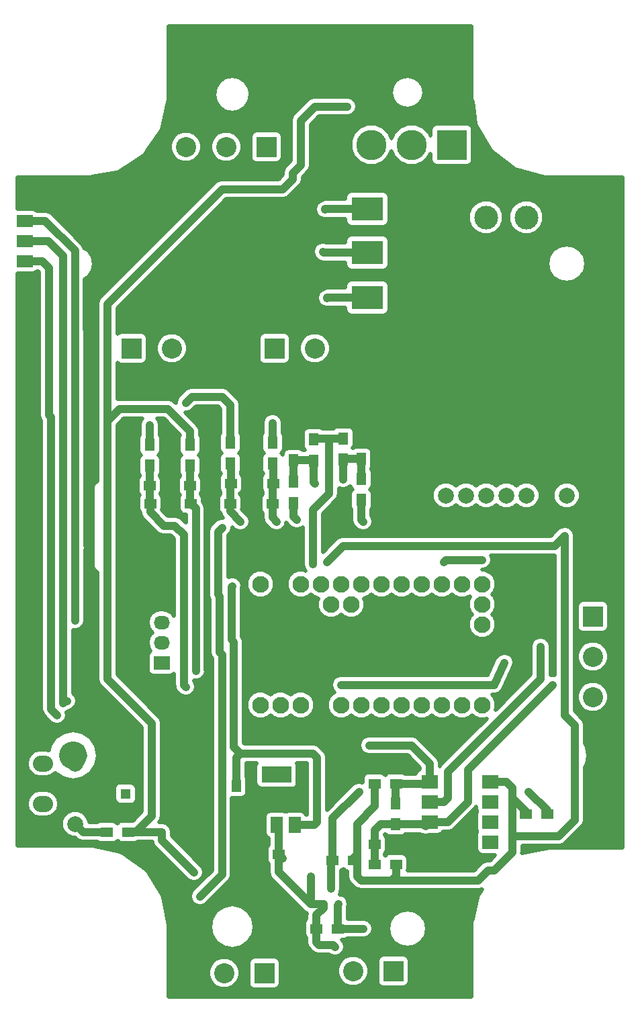
<source format=gbr>
G04 #@! TF.FileFunction,Copper,L1,Top,Signal*
%FSLAX46Y46*%
G04 Gerber Fmt 4.6, Leading zero omitted, Abs format (unit mm)*
G04 Created by KiCad (PCBNEW 4.0.6) date Monday, 02 August 2021 'AMt' 08:10:13*
%MOMM*%
%LPD*%
G01*
G04 APERTURE LIST*
%ADD10C,0.100000*%
%ADD11C,1.300000*%
%ADD12R,1.300000X1.300000*%
%ADD13R,1.250000X1.500000*%
%ADD14R,1.500000X1.250000*%
%ADD15C,1.998980*%
%ADD16R,2.032000X1.727200*%
%ADD17O,2.032000X1.727200*%
%ADD18R,0.800000X0.900000*%
%ADD19R,1.500000X1.300000*%
%ADD20R,1.300000X1.500000*%
%ADD21O,2.540000X2.032000*%
%ADD22R,2.000000X1.780000*%
%ADD23C,2.100000*%
%ADD24R,4.000000X3.000000*%
%ADD25R,2.000000X1.500000*%
%ADD26C,3.000000*%
%ADD27C,2.000000*%
%ADD28R,3.800000X2.000000*%
%ADD29R,1.500000X2.000000*%
%ADD30R,2.540000X2.540000*%
%ADD31C,2.540000*%
%ADD32C,3.810000*%
%ADD33R,3.810000X3.810000*%
%ADD34C,0.600000*%
%ADD35C,1.000000*%
%ADD36C,0.500000*%
G04 APERTURE END LIST*
D10*
D11*
X17530000Y33284000D03*
D12*
X17530000Y29784000D03*
D13*
X31500000Y30780000D03*
X31500000Y28280000D03*
X47248000Y71968000D03*
X47248000Y74468000D03*
X38739000Y71841000D03*
X38739000Y74341000D03*
D14*
X36052000Y66360000D03*
X33552000Y66360000D03*
X30718000Y66360000D03*
X28218000Y66360000D03*
X20558000Y68646000D03*
X18058000Y68646000D03*
X25638000Y68646000D03*
X23138000Y68646000D03*
X36814000Y22164000D03*
X34314000Y22164000D03*
D15*
X11180000Y33594000D03*
X11180000Y25974000D03*
D16*
X22102000Y46294000D03*
D17*
X22102000Y48834000D03*
X22102000Y51374000D03*
X22102000Y53914000D03*
D18*
X42488000Y15830000D03*
X44388000Y15830000D03*
X43438000Y17830000D03*
D19*
X15164000Y24958000D03*
X17864000Y24958000D03*
X51646000Y20894000D03*
X48946000Y20894000D03*
X51646000Y23434000D03*
X48946000Y23434000D03*
D20*
X51566000Y28594000D03*
X51566000Y25894000D03*
D19*
X48946000Y31054000D03*
X51646000Y31054000D03*
X70696000Y27244000D03*
X67996000Y27244000D03*
D20*
X38739000Y66407000D03*
X38739000Y69107000D03*
X47248000Y66788000D03*
X47248000Y69488000D03*
X44962000Y74568000D03*
X44962000Y71868000D03*
X41279000Y74441000D03*
X41279000Y71741000D03*
X36072000Y74060000D03*
X36072000Y71360000D03*
D19*
X33452000Y68900000D03*
X36152000Y68900000D03*
D20*
X30738000Y74060000D03*
X30738000Y71360000D03*
D19*
X28118000Y68900000D03*
X30818000Y68900000D03*
D20*
X20578000Y73806000D03*
X20578000Y71106000D03*
D19*
X17958000Y66360000D03*
X20658000Y66360000D03*
D20*
X25658000Y73806000D03*
X25658000Y71106000D03*
D19*
X23038000Y66360000D03*
X25738000Y66360000D03*
X46312000Y21402000D03*
X43612000Y21402000D03*
X41580000Y12766000D03*
X44280000Y12766000D03*
D21*
X7116000Y31054000D03*
X7116000Y33594000D03*
X7116000Y28514000D03*
D22*
X55884000Y31308000D03*
X63504000Y23688000D03*
X55884000Y28768000D03*
X63504000Y26228000D03*
X55884000Y26228000D03*
X63504000Y28768000D03*
X55884000Y23688000D03*
X63504000Y31308000D03*
D23*
X44708000Y56200000D03*
X39628000Y56200000D03*
X39628000Y40960000D03*
X47248000Y40960000D03*
X49788000Y40960000D03*
X52328000Y40960000D03*
X34548000Y56200000D03*
X37088000Y56200000D03*
X42168000Y56200000D03*
X47248000Y56200000D03*
X49788000Y56200000D03*
X52328000Y56200000D03*
X54868000Y56200000D03*
X57408000Y56200000D03*
X59948000Y56200000D03*
X62488000Y56200000D03*
X34548000Y40960000D03*
X37088000Y40960000D03*
X44708000Y40960000D03*
X54868000Y40960000D03*
X57408000Y40960000D03*
X59948000Y40960000D03*
X62488000Y40960000D03*
X62488000Y53660000D03*
X62488000Y51120000D03*
X62488000Y48580000D03*
X43438000Y53660000D03*
X45978000Y53660000D03*
X42168000Y40960000D03*
D24*
X48010000Y92300000D03*
X48010000Y103476000D03*
X48010000Y97976000D03*
D25*
X4830000Y94356000D03*
X4830000Y96896000D03*
X4830000Y99436000D03*
X4830000Y101976000D03*
D26*
X62996000Y102428000D03*
X68076000Y102428000D03*
D27*
X73156000Y67376000D03*
X70616000Y67376000D03*
X68076000Y67376000D03*
X57916000Y67376000D03*
X60456000Y67376000D03*
X62996000Y67376000D03*
X65536000Y67376000D03*
D28*
X36580000Y32172000D03*
D29*
X36580000Y25872000D03*
X38880000Y25872000D03*
X34280000Y25872000D03*
D30*
X51312000Y7432000D03*
D31*
X46232000Y7432000D03*
X41152000Y7432000D03*
D30*
X35310000Y111318000D03*
D31*
X30230000Y111318000D03*
X25150000Y111318000D03*
D30*
X35056000Y7178000D03*
D31*
X29976000Y7178000D03*
X24896000Y7178000D03*
D30*
X18292000Y85918000D03*
D31*
X23372000Y85918000D03*
X28452000Y85918000D03*
D30*
X36326000Y85918000D03*
D31*
X41406000Y85918000D03*
X46486000Y85918000D03*
D30*
X76458000Y52136000D03*
D31*
X76458000Y47056000D03*
X76458000Y41976000D03*
D32*
X53598000Y111572000D03*
X48518000Y111572000D03*
D33*
X58678000Y111572000D03*
D32*
X43438000Y111572000D03*
D34*
X47248000Y77790000D03*
X31754000Y23180000D03*
X56138000Y21148000D03*
X4576000Y88966000D03*
X17784000Y71694000D03*
X23118000Y72202000D03*
X33532000Y79060000D03*
X28198000Y77790000D03*
X30992000Y55946000D03*
X32008000Y34864000D03*
X41152000Y58740000D03*
X44962000Y69408000D03*
X41406000Y68900000D03*
X36580000Y64074000D03*
X32008000Y64074000D03*
X25150000Y43246000D03*
X26420000Y45278000D03*
X43946000Y10480000D03*
X40898000Y19370000D03*
X42676000Y103444000D03*
X42422000Y98110000D03*
X42930000Y92268000D03*
X45470000Y116398000D03*
X26166000Y19878000D03*
X22102000Y24958000D03*
X26928000Y16830000D03*
X29722000Y63312000D03*
X36072000Y76520000D03*
X20578000Y76266000D03*
X25150000Y79060000D03*
X68330000Y30038000D03*
X71378000Y43500000D03*
X69854000Y48326000D03*
X11180000Y51628000D03*
X42930000Y58994000D03*
X72902000Y62296000D03*
X46994000Y30038000D03*
X48264000Y35880000D03*
X39120000Y64328000D03*
X47502000Y64074000D03*
X62488000Y59248000D03*
X57662000Y58994000D03*
X10164000Y41468000D03*
X8894000Y39690000D03*
X44708000Y43500000D03*
X65282000Y46294000D03*
X47502000Y12766000D03*
D35*
X47248000Y74468000D02*
X47248000Y77790000D01*
X32770000Y22164000D02*
X34314000Y22164000D01*
X31754000Y23180000D02*
X32770000Y22164000D01*
X55884000Y21402000D02*
X56138000Y21148000D01*
X55884000Y23688000D02*
X55884000Y21402000D01*
X4830000Y89220000D02*
X4830000Y94356000D01*
X4576000Y88966000D02*
X4830000Y89220000D01*
X28118000Y75678000D02*
X28118000Y68900000D01*
X18058000Y71420000D02*
X18058000Y68646000D01*
X17784000Y71694000D02*
X18058000Y71420000D01*
X23138000Y72182000D02*
X23138000Y68646000D01*
X23118000Y72202000D02*
X23138000Y72182000D01*
X33532000Y79060000D02*
X34802000Y79060000D01*
X31500000Y26228000D02*
X31500000Y28280000D01*
X34314000Y22164000D02*
X34040000Y22164000D01*
X34280000Y25872000D02*
X34280000Y22198000D01*
X34280000Y22198000D02*
X34314000Y22164000D01*
X18058000Y68646000D02*
X18058000Y66460000D01*
X18058000Y66460000D02*
X17958000Y66360000D01*
X23038000Y66360000D02*
X23038000Y68546000D01*
X23038000Y68546000D02*
X23138000Y68646000D01*
X28218000Y66360000D02*
X28218000Y68800000D01*
X28218000Y68800000D02*
X28118000Y68900000D01*
X33452000Y68900000D02*
X33452000Y78886000D01*
X33626000Y79060000D02*
X34802000Y79060000D01*
X34802000Y79060000D02*
X38612000Y79060000D01*
X33452000Y78886000D02*
X33626000Y79060000D01*
X33552000Y66360000D02*
X33552000Y68800000D01*
X33552000Y68800000D02*
X33452000Y68900000D01*
X47248000Y74468000D02*
X47248000Y75250000D01*
X47248000Y75250000D02*
X45978000Y76520000D01*
X38739000Y75377000D02*
X38739000Y74341000D01*
X51646000Y23434000D02*
X55630000Y23434000D01*
X55630000Y23434000D02*
X55884000Y23688000D01*
X38612000Y79060000D02*
X39882000Y76520000D01*
X45978000Y76520000D02*
X39882000Y76520000D01*
X39882000Y76520000D02*
X38739000Y75377000D01*
X28198000Y75758000D02*
X28118000Y75678000D01*
X28198000Y77790000D02*
X28198000Y75758000D01*
X34280000Y25872000D02*
X31856000Y25872000D01*
X31856000Y25872000D02*
X31500000Y26228000D01*
X15164000Y24958000D02*
X12196000Y24958000D01*
X12196000Y24958000D02*
X11180000Y25974000D01*
X31198004Y35673996D02*
X32008000Y34864000D01*
X31198004Y48881996D02*
X31198004Y35673996D01*
X30896008Y49183992D02*
X31198004Y48881996D01*
X30896008Y55850008D02*
X30896008Y49183992D01*
X30992000Y55946000D02*
X30896008Y55850008D01*
X31500000Y30780000D02*
X31500000Y34356000D01*
X31500000Y34356000D02*
X32008000Y34864000D01*
X41304000Y25872000D02*
X38880000Y25872000D01*
X41660000Y26228000D02*
X41304000Y25872000D01*
X41660000Y34356000D02*
X41660000Y26228000D01*
X41152000Y34864000D02*
X41660000Y34356000D01*
X32008000Y34864000D02*
X41152000Y34864000D01*
X43184000Y74568000D02*
X43184000Y67630000D01*
X41152000Y65598000D02*
X41152000Y58740000D01*
X43184000Y67630000D02*
X41152000Y65598000D01*
X44962000Y74568000D02*
X43184000Y74568000D01*
X43184000Y74568000D02*
X41406000Y74568000D01*
X41406000Y74568000D02*
X41279000Y74441000D01*
X44962000Y69408000D02*
X44962000Y71868000D01*
X47248000Y71968000D02*
X45062000Y71968000D01*
X45062000Y71968000D02*
X44962000Y71868000D01*
X47248000Y69488000D02*
X47248000Y71968000D01*
X41406000Y68900000D02*
X41279000Y69027000D01*
X41279000Y69027000D02*
X41279000Y71741000D01*
X38739000Y71841000D02*
X41179000Y71841000D01*
X41179000Y71841000D02*
X41279000Y71741000D01*
X38739000Y69107000D02*
X38739000Y71841000D01*
X36152000Y68900000D02*
X36152000Y71440000D01*
X36052000Y66360000D02*
X36052000Y68800000D01*
X36052000Y68800000D02*
X36152000Y68900000D01*
X36052000Y64602000D02*
X36052000Y66360000D01*
X36580000Y64074000D02*
X36052000Y64602000D01*
X30818000Y68900000D02*
X30818000Y71280000D01*
X30818000Y71280000D02*
X30738000Y71360000D01*
X30718000Y66360000D02*
X30718000Y68800000D01*
X30718000Y68800000D02*
X30818000Y68900000D01*
X30718000Y65364000D02*
X30718000Y66360000D01*
X32008000Y64074000D02*
X30718000Y65364000D01*
X24896000Y62399998D02*
X23729998Y63566000D01*
X24896000Y43500000D02*
X24896000Y62399998D01*
X25150000Y43246000D02*
X24896000Y43500000D01*
X20658000Y66360000D02*
X20658000Y65264000D01*
X22356000Y63566000D02*
X23729998Y63566000D01*
X20658000Y65264000D02*
X22356000Y63566000D01*
X20558000Y68646000D02*
X20558000Y66460000D01*
X20558000Y66460000D02*
X20658000Y66360000D01*
X20578000Y71106000D02*
X20578000Y68666000D01*
X20578000Y68666000D02*
X20558000Y68646000D01*
X26396002Y65701998D02*
X25738000Y66360000D01*
X26396002Y45301998D02*
X26396002Y65701998D01*
X26420000Y45278000D02*
X26396002Y45301998D01*
X25638000Y68646000D02*
X25638000Y66460000D01*
X25638000Y66460000D02*
X25738000Y66360000D01*
X25658000Y71106000D02*
X25658000Y68666000D01*
X25658000Y68666000D02*
X25638000Y68646000D01*
X43946000Y10480000D02*
X43692000Y10734000D01*
X43692000Y10734000D02*
X41914000Y10734000D01*
X41914000Y10734000D02*
X41580000Y11068000D01*
X41580000Y11068000D02*
X41580000Y12766000D01*
X40898000Y15830000D02*
X40898000Y19370000D01*
X42488000Y15830000D02*
X42488000Y15372000D01*
X41580000Y14464000D02*
X41580000Y12766000D01*
X42488000Y15372000D02*
X41580000Y14464000D01*
X36814000Y22164000D02*
X36814000Y19898000D01*
X40882000Y15830000D02*
X40898000Y15830000D01*
X40898000Y15830000D02*
X42488000Y15830000D01*
X36814000Y19898000D02*
X40882000Y15830000D01*
X36814000Y22164000D02*
X36814000Y25638000D01*
X36814000Y25638000D02*
X36580000Y25872000D01*
X37358000Y21620000D02*
X36814000Y22164000D01*
X42676000Y103444000D02*
X42708000Y103476000D01*
X42708000Y103476000D02*
X48010000Y103476000D01*
X42422000Y98110000D02*
X42556000Y97976000D01*
X42556000Y97976000D02*
X48010000Y97976000D01*
X42930000Y92268000D02*
X42962000Y92300000D01*
X42962000Y92300000D02*
X48010000Y92300000D01*
X38612000Y107254000D02*
X38612000Y108016000D01*
X15244000Y91506000D02*
X29722000Y105984000D01*
X29722000Y105984000D02*
X37342000Y105984000D01*
X37342000Y105984000D02*
X38612000Y107254000D01*
X15244000Y76774000D02*
X15244000Y91506000D01*
X41406000Y116398000D02*
X45470000Y116398000D01*
X39628000Y114620000D02*
X41406000Y116398000D01*
X39628000Y109032000D02*
X39628000Y114620000D01*
X38612000Y108016000D02*
X39628000Y109032000D01*
X17864000Y24958000D02*
X18800000Y24958000D01*
X25658000Y75504000D02*
X25658000Y73806000D01*
X22864000Y78298000D02*
X25658000Y75504000D01*
X16768000Y78298000D02*
X22864000Y78298000D01*
X15244000Y76774000D02*
X16768000Y78298000D01*
X15244000Y44262000D02*
X15244000Y76774000D01*
X20832000Y38674000D02*
X15244000Y44262000D01*
X20832000Y26990000D02*
X20832000Y38674000D01*
X18800000Y24958000D02*
X20832000Y26990000D01*
X22102000Y23942000D02*
X22102000Y24958000D01*
X26166000Y19878000D02*
X22102000Y23942000D01*
X22102000Y24958000D02*
X17864000Y24958000D01*
X26928000Y16830000D02*
X29698002Y19600002D01*
X29698002Y19600002D02*
X29698002Y47310000D01*
X29698002Y47310000D02*
X29396006Y47611996D01*
X29396006Y47611996D02*
X29396006Y52390000D01*
X29396006Y52390000D02*
X29396006Y54676000D01*
X29396006Y54676000D02*
X29214000Y54858006D01*
X29214000Y54858006D02*
X29214000Y62804000D01*
X29214000Y62804000D02*
X29722000Y63312000D01*
X36072000Y76520000D02*
X36072000Y74060000D01*
X20578000Y76266000D02*
X20578000Y73806000D01*
X30738000Y78806000D02*
X30738000Y74060000D01*
X29722000Y79822000D02*
X30738000Y78806000D01*
X25912000Y79822000D02*
X29722000Y79822000D01*
X25150000Y79060000D02*
X25912000Y79822000D01*
X68330000Y30038000D02*
X70696000Y27672000D01*
X70696000Y27672000D02*
X70696000Y27244000D01*
X55884000Y26228000D02*
X58170000Y26228000D01*
X60710000Y32832000D02*
X71378000Y43500000D01*
X60710000Y28768000D02*
X60710000Y32832000D01*
X58170000Y26228000D02*
X60710000Y28768000D01*
X51566000Y25894000D02*
X55550000Y25894000D01*
X55550000Y25894000D02*
X55884000Y26228000D01*
X48946000Y23434000D02*
X48946000Y25132000D01*
X49708000Y25894000D02*
X51566000Y25894000D01*
X48946000Y25132000D02*
X49708000Y25894000D01*
X48946000Y20894000D02*
X48946000Y23434000D01*
X55376000Y25720000D02*
X55884000Y26228000D01*
X55630000Y25974000D02*
X55884000Y26228000D01*
X55884000Y28768000D02*
X57662000Y28768000D01*
X60202000Y34610000D02*
X69854000Y44262000D01*
X69854000Y44262000D02*
X69854000Y48326000D01*
X58170000Y32578000D02*
X60202000Y34610000D01*
X58170000Y29276000D02*
X58170000Y32578000D01*
X57662000Y28768000D02*
X58170000Y29276000D01*
X55884000Y28768000D02*
X56900000Y28768000D01*
X46312000Y21402000D02*
X46312000Y21736000D01*
X46312000Y21736000D02*
X46740000Y22164000D01*
X11180000Y88204000D02*
X11180000Y51628000D01*
X4830000Y101976000D02*
X7403324Y101976000D01*
X7403324Y101976000D02*
X11156002Y98223322D01*
X11156002Y98223322D02*
X11156002Y88227998D01*
X11156002Y88227998D02*
X11180000Y88204000D01*
X72902000Y62296000D02*
X72902000Y39690000D01*
X72140000Y24450000D02*
X66298000Y24450000D01*
X74172000Y26482000D02*
X72140000Y24450000D01*
X74172000Y38420000D02*
X74172000Y26482000D01*
X72902000Y39690000D02*
X74172000Y38420000D01*
X44962000Y61026000D02*
X42930000Y58994000D01*
X71632000Y61026000D02*
X44962000Y61026000D01*
X72902000Y62296000D02*
X71632000Y61026000D01*
X51058000Y18862000D02*
X61980000Y18862000D01*
X61980000Y18862000D02*
X63250000Y20132000D01*
X63250000Y20132000D02*
X64012000Y20132000D01*
X64012000Y20132000D02*
X66298000Y22418000D01*
X66298000Y22418000D02*
X66298000Y24450000D01*
X66298000Y24450000D02*
X66298000Y29276000D01*
X67996000Y27244000D02*
X67996000Y27578000D01*
X67996000Y27578000D02*
X66298000Y29276000D01*
X66298000Y29276000D02*
X66298000Y30546000D01*
X65536000Y31308000D02*
X63504000Y31308000D01*
X66298000Y30546000D02*
X65536000Y31308000D01*
X48946000Y31054000D02*
X48946000Y28180000D01*
X51646000Y19450000D02*
X51646000Y20894000D01*
X51058000Y18862000D02*
X51646000Y19450000D01*
X47248000Y18862000D02*
X51058000Y18862000D01*
X46740000Y19370000D02*
X47248000Y18862000D01*
X46740000Y25974000D02*
X46740000Y22164000D01*
X46740000Y22164000D02*
X46740000Y19370000D01*
X48946000Y28180000D02*
X46740000Y25974000D01*
X43612000Y21402000D02*
X43612000Y26656000D01*
X43612000Y26656000D02*
X46994000Y30038000D01*
X43438000Y17830000D02*
X43438000Y21228000D01*
X43438000Y21228000D02*
X43612000Y21402000D01*
X55884000Y33594000D02*
X55884000Y31308000D01*
X53598000Y35880000D02*
X55884000Y33594000D01*
X48264000Y35880000D02*
X53598000Y35880000D01*
X51646000Y31054000D02*
X55630000Y31054000D01*
X55630000Y31054000D02*
X55884000Y31308000D01*
X51566000Y28594000D02*
X51566000Y30974000D01*
X51566000Y30974000D02*
X51646000Y31054000D01*
X55710000Y31134000D02*
X55884000Y31308000D01*
X38739000Y64709000D02*
X38739000Y66407000D01*
X39120000Y64328000D02*
X38739000Y64709000D01*
X47248000Y64328000D02*
X47248000Y66788000D01*
X47502000Y64074000D02*
X47248000Y64328000D01*
X57916000Y59248000D02*
X62488000Y59248000D01*
X57662000Y58994000D02*
X57916000Y59248000D01*
X7822000Y99436000D02*
X9656000Y97602000D01*
X4830000Y99436000D02*
X7822000Y99436000D01*
X9910000Y41468000D02*
X10164000Y41468000D01*
X9656000Y41214000D02*
X9910000Y41468000D01*
X9656000Y97602000D02*
X9656000Y41214000D01*
X7878000Y96078000D02*
X7878000Y77536000D01*
X7060000Y96896000D02*
X7878000Y96078000D01*
X4830000Y96896000D02*
X7060000Y96896000D01*
X8155998Y40428002D02*
X8894000Y39690000D01*
X8155998Y77258002D02*
X8155998Y40428002D01*
X7878000Y77536000D02*
X8155998Y77258002D01*
X65282000Y46294000D02*
X64012000Y43500000D01*
X64012000Y43500000D02*
X44708000Y43500000D01*
X47502000Y12766000D02*
X44280000Y12766000D01*
X44280000Y12766000D02*
X44280000Y15722000D01*
X44280000Y15722000D02*
X44388000Y15830000D01*
D36*
G36*
X61155000Y117414000D02*
X61217799Y117098286D01*
X61275864Y117011386D01*
X61664812Y114268255D01*
X61771311Y113964483D01*
X61771313Y113964481D01*
X63588674Y110887836D01*
X63803315Y110647944D01*
X66659722Y108500967D01*
X66949827Y108361474D01*
X66949832Y108361474D01*
X70410414Y107471026D01*
X70514124Y107465264D01*
X70616000Y107445000D01*
X80205000Y107445000D01*
X80205000Y22989000D01*
X71124000Y22989000D01*
X71044306Y22973148D01*
X70963051Y22973148D01*
X67522288Y22288737D01*
X67548000Y22418000D01*
X67548000Y23200000D01*
X72140000Y23200000D01*
X72618354Y23295151D01*
X73023883Y23566117D01*
X75055884Y25598117D01*
X75326849Y26003646D01*
X75354210Y26141198D01*
X75422000Y26482000D01*
X75422000Y33129944D01*
X75705359Y33554021D01*
X75915406Y34610000D01*
X75705359Y35665979D01*
X75422000Y36090056D01*
X75422000Y38420000D01*
X75326849Y38898354D01*
X75055883Y39303884D01*
X74152000Y40207766D01*
X74152000Y41575960D01*
X74437650Y41575960D01*
X74744529Y40833257D01*
X75312268Y40264526D01*
X76054434Y39956352D01*
X76858040Y39955650D01*
X77600743Y40262529D01*
X78169474Y40830268D01*
X78477648Y41572434D01*
X78478350Y42376040D01*
X78171471Y43118743D01*
X77603732Y43687474D01*
X76861566Y43995648D01*
X76057960Y43996350D01*
X75315257Y43689471D01*
X74746526Y43121732D01*
X74438352Y42379566D01*
X74437650Y41575960D01*
X74152000Y41575960D01*
X74152000Y46655960D01*
X74437650Y46655960D01*
X74744529Y45913257D01*
X75312268Y45344526D01*
X76054434Y45036352D01*
X76858040Y45035650D01*
X77600743Y45342529D01*
X78169474Y45910268D01*
X78477648Y46652434D01*
X78478350Y47456040D01*
X78171471Y48198743D01*
X77603732Y48767474D01*
X76861566Y49075648D01*
X76057960Y49076350D01*
X75315257Y48769471D01*
X74746526Y48201732D01*
X74438352Y47459566D01*
X74437650Y46655960D01*
X74152000Y46655960D01*
X74152000Y53406000D01*
X74423307Y53406000D01*
X74423307Y50866000D01*
X74475604Y50588067D01*
X74639862Y50332802D01*
X74890492Y50161554D01*
X75188000Y50101307D01*
X77728000Y50101307D01*
X78005933Y50153604D01*
X78261198Y50317862D01*
X78432446Y50568492D01*
X78492693Y50866000D01*
X78492693Y53406000D01*
X78440396Y53683933D01*
X78276138Y53939198D01*
X78025508Y54110446D01*
X77728000Y54170693D01*
X75188000Y54170693D01*
X74910067Y54118396D01*
X74654802Y53954138D01*
X74483554Y53703508D01*
X74423307Y53406000D01*
X74152000Y53406000D01*
X74152000Y62296000D01*
X74056849Y62774354D01*
X73785883Y63179883D01*
X73380354Y63450849D01*
X72902000Y63546000D01*
X72464624Y63459000D01*
X72423646Y63450849D01*
X72018116Y63179883D01*
X71114234Y62276000D01*
X44962000Y62276000D01*
X44483646Y62180849D01*
X44078117Y61909884D01*
X42402000Y60233766D01*
X42402000Y65080234D01*
X44067884Y66746117D01*
X44338849Y67151646D01*
X44371651Y67316554D01*
X44434000Y67630000D01*
X44434000Y68286323D01*
X44483646Y68253151D01*
X44962000Y68158000D01*
X45440354Y68253151D01*
X45845883Y68524117D01*
X45867472Y68556428D01*
X45885604Y68460067D01*
X46049862Y68204802D01*
X46146548Y68138740D01*
X46064802Y68086138D01*
X45893554Y67835508D01*
X45833307Y67538000D01*
X45833307Y66038000D01*
X45885604Y65760067D01*
X45998000Y65585398D01*
X45998000Y64328000D01*
X46089886Y63866058D01*
X46093151Y63849646D01*
X46364117Y63444117D01*
X46618116Y63190117D01*
X47023646Y62919151D01*
X47502000Y62824001D01*
X47980354Y62919151D01*
X48385883Y63190117D01*
X48656849Y63595646D01*
X48751999Y64074000D01*
X48656849Y64552354D01*
X48498000Y64790089D01*
X48498000Y65587630D01*
X48602446Y65740492D01*
X48662693Y66038000D01*
X48662693Y67029431D01*
X56165696Y67029431D01*
X56431557Y66385999D01*
X56923410Y65893287D01*
X57566376Y65626304D01*
X58262569Y65625696D01*
X58906001Y65891557D01*
X59186057Y66171125D01*
X59463410Y65893287D01*
X60106376Y65626304D01*
X60802569Y65625696D01*
X61446001Y65891557D01*
X61726057Y66171125D01*
X62003410Y65893287D01*
X62646376Y65626304D01*
X63342569Y65625696D01*
X63986001Y65891557D01*
X64266057Y66171125D01*
X64543410Y65893287D01*
X65186376Y65626304D01*
X65882569Y65625696D01*
X66526001Y65891557D01*
X66806057Y66171125D01*
X67083410Y65893287D01*
X67726376Y65626304D01*
X68422569Y65625696D01*
X69066001Y65891557D01*
X69558713Y66383410D01*
X69825696Y67026376D01*
X69825698Y67029431D01*
X71405696Y67029431D01*
X71671557Y66385999D01*
X72163410Y65893287D01*
X72806376Y65626304D01*
X73502569Y65625696D01*
X74146001Y65891557D01*
X74638713Y66383410D01*
X74905696Y67026376D01*
X74906304Y67722569D01*
X74640443Y68366001D01*
X74148590Y68858713D01*
X73505624Y69125696D01*
X72809431Y69126304D01*
X72165999Y68860443D01*
X71673287Y68368590D01*
X71406304Y67725624D01*
X71405696Y67029431D01*
X69825698Y67029431D01*
X69826304Y67722569D01*
X69560443Y68366001D01*
X69068590Y68858713D01*
X68425624Y69125696D01*
X67729431Y69126304D01*
X67085999Y68860443D01*
X66805943Y68580875D01*
X66528590Y68858713D01*
X65885624Y69125696D01*
X65189431Y69126304D01*
X64545999Y68860443D01*
X64265943Y68580875D01*
X63988590Y68858713D01*
X63345624Y69125696D01*
X62649431Y69126304D01*
X62005999Y68860443D01*
X61725943Y68580875D01*
X61448590Y68858713D01*
X60805624Y69125696D01*
X60109431Y69126304D01*
X59465999Y68860443D01*
X59185943Y68580875D01*
X58908590Y68858713D01*
X58265624Y69125696D01*
X57569431Y69126304D01*
X56925999Y68860443D01*
X56433287Y68368590D01*
X56166304Y67725624D01*
X56165696Y67029431D01*
X48662693Y67029431D01*
X48662693Y67538000D01*
X48610396Y67815933D01*
X48446138Y68071198D01*
X48349452Y68137260D01*
X48431198Y68189862D01*
X48602446Y68440492D01*
X48662693Y68738000D01*
X48662693Y70238000D01*
X48610396Y70515933D01*
X48498000Y70690602D01*
X48498000Y70804219D01*
X48577446Y70920492D01*
X48637693Y71218000D01*
X48637693Y72718000D01*
X48585396Y72995933D01*
X48421138Y73251198D01*
X48170508Y73422446D01*
X47873000Y73482693D01*
X46623000Y73482693D01*
X46345067Y73430396D01*
X46184124Y73326833D01*
X46316446Y73520492D01*
X46376693Y73818000D01*
X46376693Y75318000D01*
X46324396Y75595933D01*
X46160138Y75851198D01*
X45909508Y76022446D01*
X45612000Y76082693D01*
X44312000Y76082693D01*
X44034067Y76030396D01*
X43778802Y75866138D01*
X43745911Y75818000D01*
X42339854Y75818000D01*
X42226508Y75895446D01*
X41929000Y75955693D01*
X40629000Y75955693D01*
X40351067Y75903396D01*
X40095802Y75739138D01*
X39924554Y75488508D01*
X39864307Y75191000D01*
X39864307Y73691000D01*
X39916604Y73413067D01*
X40080862Y73157802D01*
X40177548Y73091740D01*
X40176398Y73091000D01*
X39933500Y73091000D01*
X39912138Y73124198D01*
X39661508Y73295446D01*
X39364000Y73355693D01*
X38114000Y73355693D01*
X37836067Y73303396D01*
X37580802Y73139138D01*
X37409554Y72888508D01*
X37349307Y72591000D01*
X37349307Y72520165D01*
X37270138Y72643198D01*
X37173452Y72709260D01*
X37255198Y72761862D01*
X37426446Y73012492D01*
X37486693Y73310000D01*
X37486693Y74810000D01*
X37434396Y75087933D01*
X37322000Y75262602D01*
X37322000Y76520000D01*
X37226849Y76998354D01*
X36955883Y77403883D01*
X36550354Y77674849D01*
X36072000Y77770000D01*
X35593646Y77674849D01*
X35188117Y77403883D01*
X34917151Y76998354D01*
X34822000Y76520000D01*
X34822000Y75260370D01*
X34717554Y75107508D01*
X34657307Y74810000D01*
X34657307Y73310000D01*
X34709604Y73032067D01*
X34873862Y72776802D01*
X34970548Y72710740D01*
X34888802Y72658138D01*
X34717554Y72407508D01*
X34657307Y72110000D01*
X34657307Y70610000D01*
X34709604Y70332067D01*
X34864337Y70091604D01*
X34697554Y69847508D01*
X34637307Y69550000D01*
X34637307Y68250000D01*
X34689604Y67972067D01*
X34802000Y67797398D01*
X34802000Y67554500D01*
X34768802Y67533138D01*
X34597554Y67282508D01*
X34537307Y66985000D01*
X34537307Y65735000D01*
X34589604Y65457067D01*
X34753862Y65201802D01*
X34802000Y65168911D01*
X34802000Y64602000D01*
X34882782Y64195883D01*
X34897151Y64123646D01*
X35168117Y63718117D01*
X35696117Y63190116D01*
X36101646Y62919151D01*
X36580000Y62824001D01*
X37058354Y62919151D01*
X37463884Y63190116D01*
X37734849Y63595646D01*
X37797612Y63911179D01*
X37855117Y63825117D01*
X38236116Y63444117D01*
X38641646Y63173151D01*
X39120000Y63078001D01*
X39598354Y63173151D01*
X39902000Y63376041D01*
X39902000Y58740000D01*
X39997151Y58261646D01*
X40243061Y57893615D01*
X39987613Y57999687D01*
X39271529Y58000312D01*
X38609714Y57726855D01*
X38102924Y57220949D01*
X37828313Y56559613D01*
X37827688Y55843529D01*
X38101145Y55181714D01*
X38607051Y54674924D01*
X39268387Y54400313D01*
X39984471Y54399688D01*
X40646286Y54673145D01*
X40897995Y54924415D01*
X41147051Y54674924D01*
X41798157Y54404561D01*
X41638313Y54019613D01*
X41637688Y53303529D01*
X41911145Y52641714D01*
X42417051Y52134924D01*
X43078387Y51860313D01*
X43794471Y51859688D01*
X44456286Y52133145D01*
X44707995Y52384415D01*
X44957051Y52134924D01*
X45618387Y51860313D01*
X46334471Y51859688D01*
X46996286Y52133145D01*
X47503076Y52639051D01*
X47777687Y53300387D01*
X47778312Y54016471D01*
X47617709Y54405158D01*
X48266286Y54673145D01*
X48517995Y54924415D01*
X48767051Y54674924D01*
X49428387Y54400313D01*
X50144471Y54399688D01*
X50806286Y54673145D01*
X51057995Y54924415D01*
X51307051Y54674924D01*
X51968387Y54400313D01*
X52684471Y54399688D01*
X53346286Y54673145D01*
X53597995Y54924415D01*
X53847051Y54674924D01*
X54508387Y54400313D01*
X55224471Y54399688D01*
X55886286Y54673145D01*
X56137995Y54924415D01*
X56387051Y54674924D01*
X57048387Y54400313D01*
X57764471Y54399688D01*
X58426286Y54673145D01*
X58677995Y54924415D01*
X58927051Y54674924D01*
X59588387Y54400313D01*
X60304471Y54399688D01*
X60958316Y54669852D01*
X60688313Y54019613D01*
X60687688Y53303529D01*
X60961145Y52641714D01*
X61212415Y52390005D01*
X60962924Y52140949D01*
X60688313Y51479613D01*
X60687688Y50763529D01*
X60961145Y50101714D01*
X61467051Y49594924D01*
X62128387Y49320313D01*
X62844471Y49319688D01*
X63506286Y49593145D01*
X64013076Y50099051D01*
X64287687Y50760387D01*
X64288312Y51476471D01*
X64014855Y52138286D01*
X63763585Y52389995D01*
X64013076Y52639051D01*
X64287687Y53300387D01*
X64288312Y54016471D01*
X64014855Y54678286D01*
X63763585Y54929995D01*
X64013076Y55179051D01*
X64287687Y55840387D01*
X64288312Y56556471D01*
X64014855Y57218286D01*
X63508949Y57725076D01*
X62847613Y57999687D01*
X62498015Y57999992D01*
X62966354Y58093151D01*
X63371883Y58364117D01*
X63642849Y58769646D01*
X63738000Y59248000D01*
X63642849Y59726354D01*
X63609677Y59776000D01*
X71632000Y59776000D01*
X71652000Y59779978D01*
X71652000Y44695497D01*
X71378000Y44749999D01*
X71104000Y44695497D01*
X71104000Y48326000D01*
X71008849Y48804354D01*
X70737883Y49209883D01*
X70332354Y49480849D01*
X69854000Y49576000D01*
X69375646Y49480849D01*
X68970117Y49209883D01*
X68699151Y48804354D01*
X68604000Y48326000D01*
X68604000Y44779767D01*
X64190451Y40366218D01*
X64287687Y40600387D01*
X64288312Y41316471D01*
X64014855Y41978286D01*
X63743615Y42250000D01*
X64012000Y42250000D01*
X64230786Y42293519D01*
X64450904Y42329589D01*
X64469218Y42340947D01*
X64490354Y42345151D01*
X64675824Y42469078D01*
X64865392Y42586643D01*
X64877966Y42604145D01*
X64895883Y42616117D01*
X65019802Y42801574D01*
X65149958Y42982746D01*
X66419958Y45776747D01*
X66531280Y46251598D01*
X66452411Y46732904D01*
X66195357Y47147392D01*
X65799254Y47431958D01*
X65324403Y47543280D01*
X64843096Y47464411D01*
X64428609Y47207358D01*
X64144042Y46811254D01*
X63207108Y44750000D01*
X44708000Y44750000D01*
X44229646Y44654849D01*
X43824117Y44383883D01*
X43553151Y43978354D01*
X43458000Y43500000D01*
X43553151Y43021646D01*
X43824117Y42616117D01*
X43892297Y42570561D01*
X43689714Y42486855D01*
X43182924Y41980949D01*
X42908313Y41319613D01*
X42907688Y40603529D01*
X43181145Y39941714D01*
X43687051Y39434924D01*
X44348387Y39160313D01*
X45064471Y39159688D01*
X45726286Y39433145D01*
X45977995Y39684415D01*
X46227051Y39434924D01*
X46888387Y39160313D01*
X47604471Y39159688D01*
X48266286Y39433145D01*
X48517995Y39684415D01*
X48767051Y39434924D01*
X49428387Y39160313D01*
X50144471Y39159688D01*
X50806286Y39433145D01*
X51057995Y39684415D01*
X51307051Y39434924D01*
X51968387Y39160313D01*
X52684471Y39159688D01*
X53346286Y39433145D01*
X53597995Y39684415D01*
X53847051Y39434924D01*
X54508387Y39160313D01*
X55224471Y39159688D01*
X55886286Y39433145D01*
X56137995Y39684415D01*
X56387051Y39434924D01*
X57048387Y39160313D01*
X57764471Y39159688D01*
X58426286Y39433145D01*
X58677995Y39684415D01*
X58927051Y39434924D01*
X59588387Y39160313D01*
X60304471Y39159688D01*
X60966286Y39433145D01*
X61217995Y39684415D01*
X61467051Y39434924D01*
X62128387Y39160313D01*
X62844471Y39159688D01*
X63082114Y39257880D01*
X59318120Y35493886D01*
X59318117Y35493884D01*
X57286117Y33461883D01*
X57134000Y33234224D01*
X57134000Y33594000D01*
X57038849Y34072354D01*
X56963281Y34185449D01*
X56767883Y34477884D01*
X54481883Y36763883D01*
X54076354Y37034849D01*
X53598000Y37130000D01*
X48264000Y37130000D01*
X47785646Y37034849D01*
X47380117Y36763883D01*
X47109151Y36358354D01*
X47014000Y35880000D01*
X47109151Y35401646D01*
X47380117Y34996117D01*
X47785646Y34725151D01*
X48264000Y34630000D01*
X53080234Y34630000D01*
X54634000Y33076233D01*
X54634000Y32915652D01*
X54606067Y32910396D01*
X54350802Y32746138D01*
X54179554Y32495508D01*
X54140773Y32304000D01*
X52846370Y32304000D01*
X52693508Y32408446D01*
X52396000Y32468693D01*
X50896000Y32468693D01*
X50618067Y32416396D01*
X50362802Y32252138D01*
X50296740Y32155452D01*
X50244138Y32237198D01*
X49993508Y32408446D01*
X49696000Y32468693D01*
X48196000Y32468693D01*
X47918067Y32416396D01*
X47662802Y32252138D01*
X47491554Y32001508D01*
X47431307Y31704000D01*
X47431307Y31201014D01*
X46994000Y31287999D01*
X46515646Y31192849D01*
X46110116Y30921883D01*
X42910000Y27721766D01*
X42910000Y34356000D01*
X42814849Y34834354D01*
X42814849Y34834355D01*
X42543883Y35239884D01*
X42035883Y35747883D01*
X41630354Y36018849D01*
X41152000Y36114000D01*
X32525767Y36114000D01*
X32448004Y36191762D01*
X32448004Y40603529D01*
X32747688Y40603529D01*
X33021145Y39941714D01*
X33527051Y39434924D01*
X34188387Y39160313D01*
X34904471Y39159688D01*
X35566286Y39433145D01*
X35817995Y39684415D01*
X36067051Y39434924D01*
X36728387Y39160313D01*
X37444471Y39159688D01*
X38106286Y39433145D01*
X38357995Y39684415D01*
X38607051Y39434924D01*
X39268387Y39160313D01*
X39984471Y39159688D01*
X40646286Y39433145D01*
X41153076Y39939051D01*
X41427687Y40600387D01*
X41428312Y41316471D01*
X41154855Y41978286D01*
X40648949Y42485076D01*
X39987613Y42759687D01*
X39271529Y42760312D01*
X38609714Y42486855D01*
X38358005Y42235585D01*
X38108949Y42485076D01*
X37447613Y42759687D01*
X36731529Y42760312D01*
X36069714Y42486855D01*
X35818005Y42235585D01*
X35568949Y42485076D01*
X34907613Y42759687D01*
X34191529Y42760312D01*
X33529714Y42486855D01*
X33022924Y41980949D01*
X32748313Y41319613D01*
X32747688Y40603529D01*
X32448004Y40603529D01*
X32448004Y48881996D01*
X32352853Y49360350D01*
X32272338Y49480849D01*
X32146008Y49669916D01*
X32146008Y55466387D01*
X32146849Y55467646D01*
X32221616Y55843529D01*
X32747688Y55843529D01*
X33021145Y55181714D01*
X33527051Y54674924D01*
X34188387Y54400313D01*
X34904471Y54399688D01*
X35566286Y54673145D01*
X36073076Y55179051D01*
X36347687Y55840387D01*
X36348312Y56556471D01*
X36074855Y57218286D01*
X35568949Y57725076D01*
X34907613Y57999687D01*
X34191529Y58000312D01*
X33529714Y57726855D01*
X33022924Y57220949D01*
X32748313Y56559613D01*
X32747688Y55843529D01*
X32221616Y55843529D01*
X32241999Y55946000D01*
X32146849Y56424354D01*
X31875883Y56829883D01*
X31470354Y57100849D01*
X30992000Y57195999D01*
X30513646Y57100849D01*
X30464000Y57067677D01*
X30464000Y62286233D01*
X30605883Y62428116D01*
X30876849Y62833645D01*
X30971999Y63312000D01*
X30964492Y63349741D01*
X31124116Y63190117D01*
X31529645Y62919151D01*
X32008000Y62824001D01*
X32486354Y62919151D01*
X32891883Y63190117D01*
X33162849Y63595646D01*
X33257999Y64074000D01*
X33162849Y64552355D01*
X32891883Y64957884D01*
X32212834Y65636933D01*
X32232693Y65735000D01*
X32232693Y66985000D01*
X32180396Y67262933D01*
X32016138Y67518198D01*
X31968000Y67551089D01*
X31968000Y67616152D01*
X32101198Y67701862D01*
X32272446Y67952492D01*
X32332693Y68250000D01*
X32332693Y69550000D01*
X32280396Y69827933D01*
X32116138Y70083198D01*
X32068000Y70116089D01*
X32068000Y70276714D01*
X32092446Y70312492D01*
X32152693Y70610000D01*
X32152693Y72110000D01*
X32100396Y72387933D01*
X31936138Y72643198D01*
X31839452Y72709260D01*
X31921198Y72761862D01*
X32092446Y73012492D01*
X32152693Y73310000D01*
X32152693Y74810000D01*
X32100396Y75087933D01*
X31988000Y75262602D01*
X31988000Y78806000D01*
X31892849Y79284354D01*
X31621883Y79689883D01*
X30605883Y80705883D01*
X30200354Y80976849D01*
X29722000Y81072000D01*
X25912000Y81072000D01*
X25433646Y80976849D01*
X25028117Y80705884D01*
X24266117Y79943883D01*
X23995151Y79538354D01*
X23900001Y79060000D01*
X23907508Y79022258D01*
X23747883Y79181883D01*
X23342354Y79452849D01*
X22864000Y79548000D01*
X16768000Y79548000D01*
X16494000Y79493498D01*
X16494000Y84101042D01*
X16724492Y83943554D01*
X17022000Y83883307D01*
X19562000Y83883307D01*
X19839933Y83935604D01*
X20095198Y84099862D01*
X20266446Y84350492D01*
X20326693Y84648000D01*
X20326693Y85517960D01*
X21351650Y85517960D01*
X21658529Y84775257D01*
X22226268Y84206526D01*
X22968434Y83898352D01*
X23772040Y83897650D01*
X24514743Y84204529D01*
X25083474Y84772268D01*
X25391648Y85514434D01*
X25392350Y86318040D01*
X25085471Y87060743D01*
X24958436Y87188000D01*
X34291307Y87188000D01*
X34291307Y84648000D01*
X34343604Y84370067D01*
X34507862Y84114802D01*
X34758492Y83943554D01*
X35056000Y83883307D01*
X37596000Y83883307D01*
X37873933Y83935604D01*
X38129198Y84099862D01*
X38300446Y84350492D01*
X38360693Y84648000D01*
X38360693Y85517960D01*
X39385650Y85517960D01*
X39692529Y84775257D01*
X40260268Y84206526D01*
X41002434Y83898352D01*
X41806040Y83897650D01*
X42548743Y84204529D01*
X43117474Y84772268D01*
X43425648Y85514434D01*
X43426350Y86318040D01*
X43119471Y87060743D01*
X42551732Y87629474D01*
X41809566Y87937648D01*
X41005960Y87938350D01*
X40263257Y87631471D01*
X39694526Y87063732D01*
X39386352Y86321566D01*
X39385650Y85517960D01*
X38360693Y85517960D01*
X38360693Y87188000D01*
X38308396Y87465933D01*
X38144138Y87721198D01*
X37893508Y87892446D01*
X37596000Y87952693D01*
X35056000Y87952693D01*
X34778067Y87900396D01*
X34522802Y87736138D01*
X34351554Y87485508D01*
X34291307Y87188000D01*
X24958436Y87188000D01*
X24517732Y87629474D01*
X23775566Y87937648D01*
X22971960Y87938350D01*
X22229257Y87631471D01*
X21660526Y87063732D01*
X21352352Y86321566D01*
X21351650Y85517960D01*
X20326693Y85517960D01*
X20326693Y87188000D01*
X20274396Y87465933D01*
X20110138Y87721198D01*
X19859508Y87892446D01*
X19562000Y87952693D01*
X17022000Y87952693D01*
X16744067Y87900396D01*
X16494000Y87739483D01*
X16494000Y90988234D01*
X17773766Y92268000D01*
X41680001Y92268000D01*
X41775151Y91789646D01*
X42046117Y91384117D01*
X42451646Y91113151D01*
X42930000Y91018001D01*
X43090871Y91050000D01*
X45245307Y91050000D01*
X45245307Y90800000D01*
X45297604Y90522067D01*
X45461862Y90266802D01*
X45712492Y90095554D01*
X46010000Y90035307D01*
X50010000Y90035307D01*
X50287933Y90087604D01*
X50543198Y90251862D01*
X50714446Y90502492D01*
X50774693Y90800000D01*
X50774693Y93800000D01*
X50722396Y94077933D01*
X50558138Y94333198D01*
X50307508Y94504446D01*
X50010000Y94564693D01*
X46010000Y94564693D01*
X45732067Y94512396D01*
X45476802Y94348138D01*
X45305554Y94097508D01*
X45245307Y93800000D01*
X45245307Y93550000D01*
X42962000Y93550000D01*
X42483646Y93454849D01*
X42078117Y93183884D01*
X42046117Y93151883D01*
X41775151Y92746354D01*
X41680001Y92268000D01*
X17773766Y92268000D01*
X23615766Y98110000D01*
X41172001Y98110000D01*
X41267151Y97631646D01*
X41538117Y97226117D01*
X41672117Y97092116D01*
X42077646Y96821151D01*
X42556000Y96726000D01*
X45245307Y96726000D01*
X45245307Y96476000D01*
X45297604Y96198067D01*
X45461862Y95942802D01*
X45712492Y95771554D01*
X46010000Y95711307D01*
X50010000Y95711307D01*
X50287933Y95763604D01*
X50543198Y95927862D01*
X50714446Y96178492D01*
X50774693Y96476000D01*
X50774693Y96586000D01*
X70704606Y96586000D01*
X70891207Y95647892D01*
X71422603Y94852603D01*
X72217892Y94321207D01*
X73156000Y94134606D01*
X74094108Y94321207D01*
X74889397Y94852603D01*
X75420793Y95647892D01*
X75607394Y96586000D01*
X75420793Y97524108D01*
X74889397Y98319397D01*
X74094108Y98850793D01*
X73156000Y99037394D01*
X72217892Y98850793D01*
X71422603Y98319397D01*
X70891207Y97524108D01*
X70704606Y96586000D01*
X50774693Y96586000D01*
X50774693Y99476000D01*
X50722396Y99753933D01*
X50558138Y100009198D01*
X50307508Y100180446D01*
X50010000Y100240693D01*
X46010000Y100240693D01*
X45732067Y100188396D01*
X45476802Y100024138D01*
X45305554Y99773508D01*
X45245307Y99476000D01*
X45245307Y99226000D01*
X42958496Y99226000D01*
X42900354Y99264849D01*
X42422000Y99359999D01*
X41943646Y99264849D01*
X41538117Y98993883D01*
X41267151Y98588354D01*
X41172001Y98110000D01*
X23615766Y98110000D01*
X28949766Y103444000D01*
X41426001Y103444000D01*
X41521151Y102965646D01*
X41792117Y102560117D01*
X42197646Y102289151D01*
X42676000Y102194001D01*
X42836871Y102226000D01*
X45245307Y102226000D01*
X45245307Y101976000D01*
X45297604Y101698067D01*
X45461862Y101442802D01*
X45712492Y101271554D01*
X46010000Y101211307D01*
X50010000Y101211307D01*
X50287933Y101263604D01*
X50543198Y101427862D01*
X50714446Y101678492D01*
X50774693Y101976000D01*
X50774693Y101982411D01*
X60745610Y101982411D01*
X61087431Y101155142D01*
X61719813Y100521655D01*
X62546484Y100178392D01*
X63441589Y100177610D01*
X64268858Y100519431D01*
X64902345Y101151813D01*
X65245608Y101978484D01*
X65245611Y101982411D01*
X65825610Y101982411D01*
X66167431Y101155142D01*
X66799813Y100521655D01*
X67626484Y100178392D01*
X68521589Y100177610D01*
X69348858Y100519431D01*
X69982345Y101151813D01*
X70325608Y101978484D01*
X70326390Y102873589D01*
X69984569Y103700858D01*
X69352187Y104334345D01*
X68525516Y104677608D01*
X67630411Y104678390D01*
X66803142Y104336569D01*
X66169655Y103704187D01*
X65826392Y102877516D01*
X65825610Y101982411D01*
X65245611Y101982411D01*
X65246390Y102873589D01*
X64904569Y103700858D01*
X64272187Y104334345D01*
X63445516Y104677608D01*
X62550411Y104678390D01*
X61723142Y104336569D01*
X61089655Y103704187D01*
X60746392Y102877516D01*
X60745610Y101982411D01*
X50774693Y101982411D01*
X50774693Y104976000D01*
X50722396Y105253933D01*
X50558138Y105509198D01*
X50307508Y105680446D01*
X50010000Y105740693D01*
X46010000Y105740693D01*
X45732067Y105688396D01*
X45476802Y105524138D01*
X45305554Y105273508D01*
X45245307Y104976000D01*
X45245307Y104726000D01*
X42708000Y104726000D01*
X42229646Y104630849D01*
X41824117Y104359884D01*
X41792117Y104327883D01*
X41521151Y103922354D01*
X41426001Y103444000D01*
X28949766Y103444000D01*
X30239767Y104734000D01*
X37342000Y104734000D01*
X37820354Y104829151D01*
X38225883Y105100117D01*
X39495883Y106370116D01*
X39766849Y106775646D01*
X39785196Y106867884D01*
X39862000Y107254000D01*
X39862000Y107498234D01*
X40511883Y108148117D01*
X40782849Y108553646D01*
X40809890Y108689589D01*
X40878000Y109032000D01*
X40878000Y111046205D01*
X45862540Y111046205D01*
X46265888Y110070028D01*
X47012099Y109322513D01*
X47987571Y108917461D01*
X49043795Y108916540D01*
X50019972Y109319888D01*
X50767487Y110066099D01*
X51058215Y110766249D01*
X51345888Y110070028D01*
X52092099Y109322513D01*
X53067571Y108917461D01*
X54123795Y108916540D01*
X55099972Y109319888D01*
X55847487Y110066099D01*
X56008307Y110453396D01*
X56008307Y109667000D01*
X56060604Y109389067D01*
X56224862Y109133802D01*
X56475492Y108962554D01*
X56773000Y108902307D01*
X60583000Y108902307D01*
X60860933Y108954604D01*
X61116198Y109118862D01*
X61287446Y109369492D01*
X61347693Y109667000D01*
X61347693Y113477000D01*
X61295396Y113754933D01*
X61131138Y114010198D01*
X60880508Y114181446D01*
X60583000Y114241693D01*
X56773000Y114241693D01*
X56495067Y114189396D01*
X56239802Y114025138D01*
X56068554Y113774508D01*
X56008307Y113477000D01*
X56008307Y112691111D01*
X55850112Y113073972D01*
X55103901Y113821487D01*
X54128429Y114226539D01*
X53072205Y114227460D01*
X52096028Y113824112D01*
X51348513Y113077901D01*
X51057785Y112377751D01*
X50770112Y113073972D01*
X50023901Y113821487D01*
X49048429Y114226539D01*
X47992205Y114227460D01*
X47016028Y113824112D01*
X46268513Y113077901D01*
X45863461Y112102429D01*
X45862540Y111046205D01*
X40878000Y111046205D01*
X40878000Y114102234D01*
X41923767Y115148000D01*
X45470000Y115148000D01*
X45948354Y115243151D01*
X46353883Y115514117D01*
X46624849Y115919646D01*
X46720000Y116398000D01*
X46624849Y116876354D01*
X46353883Y117281883D01*
X45948354Y117552849D01*
X45470000Y117648000D01*
X41406000Y117648000D01*
X40927646Y117552849D01*
X40522117Y117281884D01*
X38744117Y115503883D01*
X38473151Y115098354D01*
X38378000Y114620000D01*
X38378000Y109549766D01*
X37728117Y108899883D01*
X37457151Y108494354D01*
X37362000Y108016000D01*
X37362000Y107771767D01*
X36824234Y107234000D01*
X29722000Y107234000D01*
X29243646Y107138849D01*
X28838117Y106867884D01*
X14360117Y92389883D01*
X14089151Y91984354D01*
X13994000Y91506000D01*
X13994000Y69170455D01*
X13912286Y69154201D01*
X13644637Y68975363D01*
X13465799Y68707714D01*
X13403000Y68392000D01*
X13403000Y58486000D01*
X13465799Y58170286D01*
X13644637Y57902637D01*
X13912286Y57723799D01*
X13994000Y57707545D01*
X13994000Y44262000D01*
X14089151Y43783646D01*
X14360117Y43378117D01*
X19582000Y38156233D01*
X19582000Y27507767D01*
X18446927Y26372693D01*
X17114000Y26372693D01*
X16836067Y26320396D01*
X16580802Y26156138D01*
X16514740Y26059452D01*
X16462138Y26141198D01*
X16211508Y26312446D01*
X15914000Y26372693D01*
X14414000Y26372693D01*
X14136067Y26320396D01*
X13961398Y26208000D01*
X12929695Y26208000D01*
X12929793Y26320468D01*
X12664011Y26963712D01*
X12172301Y27456281D01*
X11529522Y27723186D01*
X10833532Y27723793D01*
X10190288Y27458011D01*
X9697719Y26966301D01*
X9430814Y26323522D01*
X9430207Y25627532D01*
X9695989Y24984288D01*
X10187699Y24491719D01*
X10830478Y24224814D01*
X11161709Y24224525D01*
X11312117Y24074117D01*
X11717646Y23803151D01*
X12196000Y23708000D01*
X13963630Y23708000D01*
X14116492Y23603554D01*
X14414000Y23543307D01*
X15914000Y23543307D01*
X16191933Y23595604D01*
X16447198Y23759862D01*
X16513260Y23856548D01*
X16565862Y23774802D01*
X16816492Y23603554D01*
X17114000Y23543307D01*
X18614000Y23543307D01*
X18891933Y23595604D01*
X19066602Y23708000D01*
X20898546Y23708000D01*
X20939642Y23501396D01*
X20947151Y23463646D01*
X21218117Y23058117D01*
X25282117Y18994116D01*
X25687646Y18723151D01*
X26166000Y18628001D01*
X26644354Y18723151D01*
X27049884Y18994116D01*
X27320849Y19399646D01*
X27415999Y19878000D01*
X27320849Y20356354D01*
X27049884Y20761883D01*
X23352000Y24459766D01*
X23352000Y24958000D01*
X23256849Y25436354D01*
X22985883Y25841883D01*
X22580354Y26112849D01*
X22102000Y26208000D01*
X21783960Y26208000D01*
X21986849Y26511646D01*
X22015563Y26656000D01*
X22082000Y26990000D01*
X22082000Y38674000D01*
X21986849Y39152354D01*
X21906134Y39273153D01*
X21715883Y39557884D01*
X16494000Y44779766D01*
X16494000Y76256234D01*
X17285767Y77048000D01*
X19626041Y77048000D01*
X19423151Y76744354D01*
X19328000Y76266000D01*
X19328000Y75006370D01*
X19223554Y74853508D01*
X19163307Y74556000D01*
X19163307Y73056000D01*
X19215604Y72778067D01*
X19379862Y72522802D01*
X19476548Y72456740D01*
X19394802Y72404138D01*
X19223554Y72153508D01*
X19163307Y71856000D01*
X19163307Y70356000D01*
X19215604Y70078067D01*
X19328000Y69903398D01*
X19328000Y69853370D01*
X19274802Y69819138D01*
X19103554Y69568508D01*
X19043307Y69271000D01*
X19043307Y68021000D01*
X19095604Y67743067D01*
X19259862Y67487802D01*
X19305457Y67456648D01*
X19203554Y67307508D01*
X19143307Y67010000D01*
X19143307Y65710000D01*
X19195604Y65432067D01*
X19359862Y65176802D01*
X19435645Y65125022D01*
X19497113Y64816000D01*
X19503151Y64785646D01*
X19774117Y64380117D01*
X21472117Y62682116D01*
X21877646Y62411151D01*
X22356000Y62316000D01*
X23212232Y62316000D01*
X23646000Y61882231D01*
X23646000Y52191699D01*
X23429986Y52514988D01*
X22906496Y52864772D01*
X22288998Y52987600D01*
X21915002Y52987600D01*
X21297504Y52864772D01*
X20774014Y52514988D01*
X20424230Y51991498D01*
X20301402Y51374000D01*
X20424230Y50756502D01*
X20774014Y50233012D01*
X20967095Y50104000D01*
X20774014Y49974988D01*
X20424230Y49451498D01*
X20301402Y48834000D01*
X20424230Y48216502D01*
X20701554Y47801457D01*
X20552802Y47705738D01*
X20381554Y47455108D01*
X20321307Y47157600D01*
X20321307Y45430400D01*
X20373604Y45152467D01*
X20537862Y44897202D01*
X20788492Y44725954D01*
X21086000Y44665707D01*
X23118000Y44665707D01*
X23395933Y44718004D01*
X23646000Y44878917D01*
X23646000Y43500000D01*
X23687727Y43290226D01*
X23741151Y43021646D01*
X24012117Y42616117D01*
X24266116Y42362117D01*
X24671646Y42091151D01*
X25150000Y41996001D01*
X25628354Y42091151D01*
X26033883Y42362117D01*
X26304849Y42767646D01*
X26399999Y43246000D01*
X26304849Y43724354D01*
X26146000Y43962089D01*
X26146000Y44082503D01*
X26420000Y44028001D01*
X26898354Y44123151D01*
X27303883Y44394117D01*
X27574849Y44799646D01*
X27669999Y45278000D01*
X27646002Y45398642D01*
X27646002Y65701998D01*
X27550851Y66180352D01*
X27430814Y66360000D01*
X27279885Y66585882D01*
X27252693Y66613074D01*
X27252693Y67010000D01*
X27200396Y67287933D01*
X27036138Y67543198D01*
X26990543Y67574352D01*
X27092446Y67723492D01*
X27152693Y68021000D01*
X27152693Y69271000D01*
X27100396Y69548933D01*
X26936138Y69804198D01*
X26908000Y69823424D01*
X26908000Y69905630D01*
X27012446Y70058492D01*
X27072693Y70356000D01*
X27072693Y71856000D01*
X27020396Y72133933D01*
X26856138Y72389198D01*
X26759452Y72455260D01*
X26841198Y72507862D01*
X27012446Y72758492D01*
X27072693Y73056000D01*
X27072693Y74556000D01*
X27020396Y74833933D01*
X26908000Y75008602D01*
X26908000Y75504000D01*
X26812849Y75982354D01*
X26623323Y76266000D01*
X26541884Y76387883D01*
X25112258Y77817508D01*
X25150000Y77810001D01*
X25628354Y77905151D01*
X26033883Y78176117D01*
X26429767Y78572000D01*
X29204234Y78572000D01*
X29488000Y78288234D01*
X29488000Y75260370D01*
X29383554Y75107508D01*
X29323307Y74810000D01*
X29323307Y73310000D01*
X29375604Y73032067D01*
X29539862Y72776802D01*
X29636548Y72710740D01*
X29554802Y72658138D01*
X29383554Y72407508D01*
X29323307Y72110000D01*
X29323307Y70610000D01*
X29375604Y70332067D01*
X29530337Y70091604D01*
X29363554Y69847508D01*
X29303307Y69550000D01*
X29303307Y68250000D01*
X29355604Y67972067D01*
X29468000Y67797398D01*
X29468000Y67554500D01*
X29434802Y67533138D01*
X29263554Y67282508D01*
X29203307Y66985000D01*
X29203307Y65735000D01*
X29255604Y65457067D01*
X29419862Y65201802D01*
X29512910Y65138225D01*
X29555611Y64923554D01*
X29563151Y64885646D01*
X29788204Y64548830D01*
X29722000Y64561999D01*
X29243645Y64466849D01*
X28838116Y64195883D01*
X28330117Y63687883D01*
X28059151Y63282354D01*
X27964000Y62804000D01*
X27964000Y54858006D01*
X28055041Y54400313D01*
X28059151Y54379652D01*
X28146006Y54249664D01*
X28146006Y47611996D01*
X28223900Y47220400D01*
X28241157Y47133642D01*
X28448002Y46824077D01*
X28448002Y20117769D01*
X26044117Y17713883D01*
X25773151Y17308354D01*
X25678001Y16830000D01*
X25773151Y16351646D01*
X26044117Y15946117D01*
X26449646Y15675151D01*
X26928000Y15580001D01*
X27406354Y15675151D01*
X27811883Y15946117D01*
X30581885Y18716118D01*
X30852851Y19121648D01*
X30893267Y19324834D01*
X30948002Y19600002D01*
X30948002Y29265307D01*
X32125000Y29265307D01*
X32402933Y29317604D01*
X32658198Y29481862D01*
X32829446Y29732492D01*
X32889693Y30030000D01*
X32889693Y31530000D01*
X32837396Y31807933D01*
X32750000Y31943751D01*
X32750000Y33614000D01*
X34074281Y33614000D01*
X33975554Y33469508D01*
X33915307Y33172000D01*
X33915307Y31172000D01*
X33967604Y30894067D01*
X34131862Y30638802D01*
X34382492Y30467554D01*
X34680000Y30407307D01*
X38480000Y30407307D01*
X38757933Y30459604D01*
X39013198Y30623862D01*
X39184446Y30874492D01*
X39244693Y31172000D01*
X39244693Y33172000D01*
X39192396Y33449933D01*
X39086822Y33614000D01*
X40410000Y33614000D01*
X40410000Y27122000D01*
X40347652Y27122000D01*
X40342396Y27149933D01*
X40178138Y27405198D01*
X39927508Y27576446D01*
X39630000Y27636693D01*
X38130000Y27636693D01*
X37852067Y27584396D01*
X37730428Y27506124D01*
X37627508Y27576446D01*
X37330000Y27636693D01*
X35830000Y27636693D01*
X35552067Y27584396D01*
X35296802Y27420138D01*
X35125554Y27169508D01*
X35065307Y26872000D01*
X35065307Y24872000D01*
X35117604Y24594067D01*
X35281862Y24338802D01*
X35532492Y24167554D01*
X35564000Y24161173D01*
X35564000Y23358500D01*
X35530802Y23337138D01*
X35359554Y23086508D01*
X35299307Y22789000D01*
X35299307Y21539000D01*
X35351604Y21261067D01*
X35515862Y21005802D01*
X35564000Y20972911D01*
X35564000Y19898000D01*
X35627664Y19577942D01*
X35659151Y19419646D01*
X35930117Y19014117D01*
X39998117Y14946116D01*
X40375713Y14693815D01*
X40330000Y14464000D01*
X40330000Y13985500D01*
X40296802Y13964138D01*
X40125554Y13713508D01*
X40065307Y13416000D01*
X40065307Y12116000D01*
X40117604Y11838067D01*
X40281862Y11582802D01*
X40330000Y11549911D01*
X40330000Y11068000D01*
X40396437Y10734000D01*
X40425151Y10589646D01*
X40696117Y10184117D01*
X41030116Y9850117D01*
X41078183Y9818000D01*
X41435646Y9579151D01*
X41914000Y9484000D01*
X43229911Y9484000D01*
X43467646Y9325151D01*
X43946000Y9230001D01*
X44424354Y9325151D01*
X44829883Y9596117D01*
X45100849Y10001646D01*
X45195999Y10480000D01*
X45100849Y10958354D01*
X44838287Y11351307D01*
X45030000Y11351307D01*
X45307933Y11403604D01*
X45482602Y11516000D01*
X47502000Y11516000D01*
X47980354Y11611151D01*
X48385883Y11882117D01*
X48656849Y12287646D01*
X48752000Y12766000D01*
X50638606Y12766000D01*
X50825207Y11827892D01*
X51356603Y11032603D01*
X52151892Y10501207D01*
X53090000Y10314606D01*
X54028108Y10501207D01*
X54823397Y11032603D01*
X55354793Y11827892D01*
X55541394Y12766000D01*
X55354793Y13704108D01*
X54823397Y14499397D01*
X54028108Y15030793D01*
X53090000Y15217394D01*
X52151892Y15030793D01*
X51356603Y14499397D01*
X50825207Y13704108D01*
X50638606Y12766000D01*
X48752000Y12766000D01*
X48656849Y13244354D01*
X48385883Y13649883D01*
X47980354Y13920849D01*
X47502000Y14016000D01*
X45530000Y14016000D01*
X45530000Y15267939D01*
X45552693Y15380000D01*
X45552693Y15401135D01*
X45637999Y15830000D01*
X45552693Y16258865D01*
X45552693Y16280000D01*
X45500396Y16557933D01*
X45336138Y16813198D01*
X45085508Y16984446D01*
X44788000Y17044693D01*
X44565496Y17044693D01*
X44522467Y17053252D01*
X44542446Y17082492D01*
X44602693Y17380000D01*
X44602693Y17401135D01*
X44688000Y17830000D01*
X44688000Y20070534D01*
X44895198Y20203862D01*
X44961260Y20300548D01*
X45013862Y20218802D01*
X45264492Y20047554D01*
X45490000Y20001887D01*
X45490000Y19370000D01*
X45566692Y18984446D01*
X45585151Y18891646D01*
X45856117Y18486117D01*
X46364116Y17978117D01*
X46769645Y17707151D01*
X46849010Y17691365D01*
X47248000Y17612000D01*
X61980000Y17612000D01*
X62458354Y17707151D01*
X62493038Y17730326D01*
X61990088Y16977608D01*
X61990083Y16977603D01*
X61866898Y16680207D01*
X61338665Y14024602D01*
X61217799Y13843714D01*
X61155000Y13528000D01*
X61155000Y4193000D01*
X22927000Y4193000D01*
X22927000Y6777960D01*
X27955650Y6777960D01*
X28262529Y6035257D01*
X28830268Y5466526D01*
X29572434Y5158352D01*
X30376040Y5157650D01*
X31118743Y5464529D01*
X31687474Y6032268D01*
X31995648Y6774434D01*
X31996350Y7578040D01*
X31689471Y8320743D01*
X31562436Y8448000D01*
X33021307Y8448000D01*
X33021307Y5908000D01*
X33073604Y5630067D01*
X33237862Y5374802D01*
X33488492Y5203554D01*
X33786000Y5143307D01*
X36326000Y5143307D01*
X36603933Y5195604D01*
X36859198Y5359862D01*
X37030446Y5610492D01*
X37090693Y5908000D01*
X37090693Y7031960D01*
X44211650Y7031960D01*
X44518529Y6289257D01*
X45086268Y5720526D01*
X45828434Y5412352D01*
X46632040Y5411650D01*
X47374743Y5718529D01*
X47943474Y6286268D01*
X48251648Y7028434D01*
X48252350Y7832040D01*
X47945471Y8574743D01*
X47818436Y8702000D01*
X49277307Y8702000D01*
X49277307Y6162000D01*
X49329604Y5884067D01*
X49493862Y5628802D01*
X49744492Y5457554D01*
X50042000Y5397307D01*
X52582000Y5397307D01*
X52859933Y5449604D01*
X53115198Y5613862D01*
X53286446Y5864492D01*
X53346693Y6162000D01*
X53346693Y8702000D01*
X53294396Y8979933D01*
X53130138Y9235198D01*
X52879508Y9406446D01*
X52582000Y9466693D01*
X50042000Y9466693D01*
X49764067Y9414396D01*
X49508802Y9250138D01*
X49337554Y8999508D01*
X49277307Y8702000D01*
X47818436Y8702000D01*
X47377732Y9143474D01*
X46635566Y9451648D01*
X45831960Y9452350D01*
X45089257Y9145471D01*
X44520526Y8577732D01*
X44212352Y7835566D01*
X44211650Y7031960D01*
X37090693Y7031960D01*
X37090693Y8448000D01*
X37038396Y8725933D01*
X36874138Y8981198D01*
X36623508Y9152446D01*
X36326000Y9212693D01*
X33786000Y9212693D01*
X33508067Y9160396D01*
X33252802Y8996138D01*
X33081554Y8745508D01*
X33021307Y8448000D01*
X31562436Y8448000D01*
X31121732Y8889474D01*
X30379566Y9197648D01*
X29575960Y9198350D01*
X28833257Y8891471D01*
X28264526Y8323732D01*
X27956352Y7581566D01*
X27955650Y6777960D01*
X22927000Y6777960D01*
X22927000Y13020000D01*
X28183197Y13020000D01*
X28397004Y11945118D01*
X29005876Y11033876D01*
X29917118Y10425004D01*
X30992000Y10211197D01*
X32066882Y10425004D01*
X32978124Y11033876D01*
X33586996Y11945118D01*
X33800803Y13020000D01*
X33586996Y14094882D01*
X32978124Y15006124D01*
X32066882Y15614996D01*
X30992000Y15828803D01*
X29917118Y15614996D01*
X29005876Y15006124D01*
X28397004Y14094882D01*
X28183197Y13020000D01*
X22927000Y13020000D01*
X22927000Y13274000D01*
X22864201Y13589714D01*
X22834280Y13634494D01*
X22316461Y16677012D01*
X22201581Y16977714D01*
X20301815Y19999301D01*
X20080606Y20233150D01*
X17169139Y22297724D01*
X16875278Y22429120D01*
X13395355Y23222367D01*
X13302806Y23224938D01*
X13212000Y23243000D01*
X3877000Y23243000D01*
X3877000Y28514000D01*
X5056426Y28514000D01*
X5190855Y27838181D01*
X5573675Y27265249D01*
X6146607Y26882429D01*
X6822426Y26748000D01*
X7409574Y26748000D01*
X8085393Y26882429D01*
X8658325Y27265249D01*
X9041145Y27838181D01*
X9175574Y28514000D01*
X9041145Y29189819D01*
X8658325Y29762751D01*
X8085393Y30145571D01*
X7409574Y30280000D01*
X6822426Y30280000D01*
X6146607Y30145571D01*
X5573675Y29762751D01*
X5190855Y29189819D01*
X5056426Y28514000D01*
X3877000Y28514000D01*
X3877000Y30434000D01*
X16115307Y30434000D01*
X16115307Y29134000D01*
X16167604Y28856067D01*
X16331862Y28600802D01*
X16582492Y28429554D01*
X16880000Y28369307D01*
X18180000Y28369307D01*
X18457933Y28421604D01*
X18713198Y28585862D01*
X18884446Y28836492D01*
X18944693Y29134000D01*
X18944693Y30434000D01*
X18892396Y30711933D01*
X18728138Y30967198D01*
X18477508Y31138446D01*
X18180000Y31198693D01*
X16880000Y31198693D01*
X16602067Y31146396D01*
X16346802Y30982138D01*
X16175554Y30731508D01*
X16115307Y30434000D01*
X3877000Y30434000D01*
X3877000Y33594000D01*
X5056426Y33594000D01*
X5190855Y32918181D01*
X5573675Y32345249D01*
X6146607Y31962429D01*
X6822426Y31828000D01*
X7409574Y31828000D01*
X8085393Y31962429D01*
X8658325Y32345249D01*
X8681065Y32379283D01*
X8686760Y32370760D01*
X9714132Y31684292D01*
X10926000Y31443236D01*
X12137868Y31684292D01*
X13165240Y32370760D01*
X13851708Y33398132D01*
X14092764Y34610000D01*
X13851708Y35821868D01*
X13165240Y36849240D01*
X12137868Y37535708D01*
X10926000Y37776764D01*
X9714132Y37535708D01*
X8686760Y36849240D01*
X8000292Y35821868D01*
X7889434Y35264550D01*
X7409574Y35360000D01*
X6822426Y35360000D01*
X6146607Y35225571D01*
X5573675Y34842751D01*
X5190855Y34269819D01*
X5056426Y33594000D01*
X3877000Y33594000D01*
X3877000Y95381307D01*
X5830000Y95381307D01*
X6107933Y95433604D01*
X6363198Y95597862D01*
X6396089Y95646000D01*
X6542234Y95646000D01*
X6628000Y95560233D01*
X6628000Y77536000D01*
X6723151Y77057646D01*
X6905998Y76783996D01*
X6905998Y40428002D01*
X6998294Y39964001D01*
X7001149Y39949648D01*
X7272115Y39544119D01*
X8010116Y38806117D01*
X8415645Y38535151D01*
X8894000Y38440001D01*
X9372354Y38535151D01*
X9777883Y38806117D01*
X10048849Y39211646D01*
X10143999Y39690000D01*
X10072998Y40046947D01*
X10134354Y40059151D01*
X10460293Y40276937D01*
X10642354Y40313151D01*
X11047883Y40584117D01*
X11318849Y40989646D01*
X11414000Y41468000D01*
X11318849Y41946354D01*
X11047883Y42351883D01*
X10906000Y42446686D01*
X10906000Y50432502D01*
X11180000Y50378000D01*
X11658354Y50473151D01*
X12063883Y50744117D01*
X12334849Y51149646D01*
X12430000Y51628000D01*
X12430000Y60426053D01*
X12450201Y60456286D01*
X12513000Y60772000D01*
X12450201Y61087714D01*
X12430000Y61117947D01*
X12430000Y88204000D01*
X12406002Y88324645D01*
X12406002Y94609556D01*
X12855859Y94910141D01*
X13369615Y95679032D01*
X13550022Y96586000D01*
X13369615Y97492968D01*
X12855859Y98261859D01*
X12328206Y98614425D01*
X12310851Y98701676D01*
X12210408Y98852000D01*
X12039885Y99107206D01*
X8287207Y102859883D01*
X7881678Y103130849D01*
X7403324Y103226000D01*
X6399500Y103226000D01*
X6378138Y103259198D01*
X6127508Y103430446D01*
X5830000Y103490693D01*
X3877000Y103490693D01*
X3877000Y107445000D01*
X12958000Y107445000D01*
X13273714Y107507799D01*
X13318494Y107537720D01*
X16361012Y108055539D01*
X16661714Y108170419D01*
X19683298Y110070184D01*
X19683301Y110070185D01*
X19917150Y110291394D01*
X20361459Y110917960D01*
X23129650Y110917960D01*
X23436529Y110175257D01*
X24004268Y109606526D01*
X24746434Y109298352D01*
X25550040Y109297650D01*
X26292743Y109604529D01*
X26861474Y110172268D01*
X27169648Y110914434D01*
X27169651Y110917960D01*
X28209650Y110917960D01*
X28516529Y110175257D01*
X29084268Y109606526D01*
X29826434Y109298352D01*
X30630040Y109297650D01*
X31372743Y109604529D01*
X31941474Y110172268D01*
X32249648Y110914434D01*
X32250350Y111718040D01*
X31943471Y112460743D01*
X31816436Y112588000D01*
X33275307Y112588000D01*
X33275307Y110048000D01*
X33327604Y109770067D01*
X33491862Y109514802D01*
X33742492Y109343554D01*
X34040000Y109283307D01*
X36580000Y109283307D01*
X36857933Y109335604D01*
X37113198Y109499862D01*
X37284446Y109750492D01*
X37344693Y110048000D01*
X37344693Y112588000D01*
X37292396Y112865933D01*
X37128138Y113121198D01*
X36877508Y113292446D01*
X36580000Y113352693D01*
X34040000Y113352693D01*
X33762067Y113300396D01*
X33506802Y113136138D01*
X33335554Y112885508D01*
X33275307Y112588000D01*
X31816436Y112588000D01*
X31375732Y113029474D01*
X30633566Y113337648D01*
X29829960Y113338350D01*
X29087257Y113031471D01*
X28518526Y112463732D01*
X28210352Y111721566D01*
X28209650Y110917960D01*
X27169651Y110917960D01*
X27170350Y111718040D01*
X26863471Y112460743D01*
X26295732Y113029474D01*
X25553566Y113337648D01*
X24749960Y113338350D01*
X24007257Y113031471D01*
X23438526Y112463732D01*
X23130352Y111721566D01*
X23129650Y110917960D01*
X20361459Y110917960D01*
X21981724Y113202861D01*
X22113120Y113496721D01*
X22113120Y113496722D01*
X22906367Y116976645D01*
X22908938Y117069194D01*
X22927000Y117160000D01*
X22927000Y117922000D01*
X28685938Y117922000D01*
X28861477Y117039508D01*
X29361368Y116291368D01*
X30109508Y115791477D01*
X30992000Y115615938D01*
X31874492Y115791477D01*
X32622632Y116291368D01*
X33122523Y117039508D01*
X33298062Y117922000D01*
X33247539Y118176000D01*
X50995000Y118176000D01*
X51154472Y117374278D01*
X51608611Y116694611D01*
X52288278Y116240472D01*
X53090000Y116081000D01*
X53891722Y116240472D01*
X54571389Y116694611D01*
X55025528Y117374278D01*
X55185000Y118176000D01*
X55025528Y118977722D01*
X54571389Y119657389D01*
X53891722Y120111528D01*
X53090000Y120271000D01*
X52288278Y120111528D01*
X51608611Y119657389D01*
X51154472Y118977722D01*
X50995000Y118176000D01*
X33247539Y118176000D01*
X33122523Y118804492D01*
X32622632Y119552632D01*
X31874492Y120052523D01*
X30992000Y120228062D01*
X30109508Y120052523D01*
X29361368Y119552632D01*
X28861477Y118804492D01*
X28685938Y117922000D01*
X22927000Y117922000D01*
X22927000Y126495000D01*
X61155000Y126495000D01*
X61155000Y117414000D01*
X61155000Y117414000D01*
G37*
X61155000Y117414000D02*
X61217799Y117098286D01*
X61275864Y117011386D01*
X61664812Y114268255D01*
X61771311Y113964483D01*
X61771313Y113964481D01*
X63588674Y110887836D01*
X63803315Y110647944D01*
X66659722Y108500967D01*
X66949827Y108361474D01*
X66949832Y108361474D01*
X70410414Y107471026D01*
X70514124Y107465264D01*
X70616000Y107445000D01*
X80205000Y107445000D01*
X80205000Y22989000D01*
X71124000Y22989000D01*
X71044306Y22973148D01*
X70963051Y22973148D01*
X67522288Y22288737D01*
X67548000Y22418000D01*
X67548000Y23200000D01*
X72140000Y23200000D01*
X72618354Y23295151D01*
X73023883Y23566117D01*
X75055884Y25598117D01*
X75326849Y26003646D01*
X75354210Y26141198D01*
X75422000Y26482000D01*
X75422000Y33129944D01*
X75705359Y33554021D01*
X75915406Y34610000D01*
X75705359Y35665979D01*
X75422000Y36090056D01*
X75422000Y38420000D01*
X75326849Y38898354D01*
X75055883Y39303884D01*
X74152000Y40207766D01*
X74152000Y41575960D01*
X74437650Y41575960D01*
X74744529Y40833257D01*
X75312268Y40264526D01*
X76054434Y39956352D01*
X76858040Y39955650D01*
X77600743Y40262529D01*
X78169474Y40830268D01*
X78477648Y41572434D01*
X78478350Y42376040D01*
X78171471Y43118743D01*
X77603732Y43687474D01*
X76861566Y43995648D01*
X76057960Y43996350D01*
X75315257Y43689471D01*
X74746526Y43121732D01*
X74438352Y42379566D01*
X74437650Y41575960D01*
X74152000Y41575960D01*
X74152000Y46655960D01*
X74437650Y46655960D01*
X74744529Y45913257D01*
X75312268Y45344526D01*
X76054434Y45036352D01*
X76858040Y45035650D01*
X77600743Y45342529D01*
X78169474Y45910268D01*
X78477648Y46652434D01*
X78478350Y47456040D01*
X78171471Y48198743D01*
X77603732Y48767474D01*
X76861566Y49075648D01*
X76057960Y49076350D01*
X75315257Y48769471D01*
X74746526Y48201732D01*
X74438352Y47459566D01*
X74437650Y46655960D01*
X74152000Y46655960D01*
X74152000Y53406000D01*
X74423307Y53406000D01*
X74423307Y50866000D01*
X74475604Y50588067D01*
X74639862Y50332802D01*
X74890492Y50161554D01*
X75188000Y50101307D01*
X77728000Y50101307D01*
X78005933Y50153604D01*
X78261198Y50317862D01*
X78432446Y50568492D01*
X78492693Y50866000D01*
X78492693Y53406000D01*
X78440396Y53683933D01*
X78276138Y53939198D01*
X78025508Y54110446D01*
X77728000Y54170693D01*
X75188000Y54170693D01*
X74910067Y54118396D01*
X74654802Y53954138D01*
X74483554Y53703508D01*
X74423307Y53406000D01*
X74152000Y53406000D01*
X74152000Y62296000D01*
X74056849Y62774354D01*
X73785883Y63179883D01*
X73380354Y63450849D01*
X72902000Y63546000D01*
X72464624Y63459000D01*
X72423646Y63450849D01*
X72018116Y63179883D01*
X71114234Y62276000D01*
X44962000Y62276000D01*
X44483646Y62180849D01*
X44078117Y61909884D01*
X42402000Y60233766D01*
X42402000Y65080234D01*
X44067884Y66746117D01*
X44338849Y67151646D01*
X44371651Y67316554D01*
X44434000Y67630000D01*
X44434000Y68286323D01*
X44483646Y68253151D01*
X44962000Y68158000D01*
X45440354Y68253151D01*
X45845883Y68524117D01*
X45867472Y68556428D01*
X45885604Y68460067D01*
X46049862Y68204802D01*
X46146548Y68138740D01*
X46064802Y68086138D01*
X45893554Y67835508D01*
X45833307Y67538000D01*
X45833307Y66038000D01*
X45885604Y65760067D01*
X45998000Y65585398D01*
X45998000Y64328000D01*
X46089886Y63866058D01*
X46093151Y63849646D01*
X46364117Y63444117D01*
X46618116Y63190117D01*
X47023646Y62919151D01*
X47502000Y62824001D01*
X47980354Y62919151D01*
X48385883Y63190117D01*
X48656849Y63595646D01*
X48751999Y64074000D01*
X48656849Y64552354D01*
X48498000Y64790089D01*
X48498000Y65587630D01*
X48602446Y65740492D01*
X48662693Y66038000D01*
X48662693Y67029431D01*
X56165696Y67029431D01*
X56431557Y66385999D01*
X56923410Y65893287D01*
X57566376Y65626304D01*
X58262569Y65625696D01*
X58906001Y65891557D01*
X59186057Y66171125D01*
X59463410Y65893287D01*
X60106376Y65626304D01*
X60802569Y65625696D01*
X61446001Y65891557D01*
X61726057Y66171125D01*
X62003410Y65893287D01*
X62646376Y65626304D01*
X63342569Y65625696D01*
X63986001Y65891557D01*
X64266057Y66171125D01*
X64543410Y65893287D01*
X65186376Y65626304D01*
X65882569Y65625696D01*
X66526001Y65891557D01*
X66806057Y66171125D01*
X67083410Y65893287D01*
X67726376Y65626304D01*
X68422569Y65625696D01*
X69066001Y65891557D01*
X69558713Y66383410D01*
X69825696Y67026376D01*
X69825698Y67029431D01*
X71405696Y67029431D01*
X71671557Y66385999D01*
X72163410Y65893287D01*
X72806376Y65626304D01*
X73502569Y65625696D01*
X74146001Y65891557D01*
X74638713Y66383410D01*
X74905696Y67026376D01*
X74906304Y67722569D01*
X74640443Y68366001D01*
X74148590Y68858713D01*
X73505624Y69125696D01*
X72809431Y69126304D01*
X72165999Y68860443D01*
X71673287Y68368590D01*
X71406304Y67725624D01*
X71405696Y67029431D01*
X69825698Y67029431D01*
X69826304Y67722569D01*
X69560443Y68366001D01*
X69068590Y68858713D01*
X68425624Y69125696D01*
X67729431Y69126304D01*
X67085999Y68860443D01*
X66805943Y68580875D01*
X66528590Y68858713D01*
X65885624Y69125696D01*
X65189431Y69126304D01*
X64545999Y68860443D01*
X64265943Y68580875D01*
X63988590Y68858713D01*
X63345624Y69125696D01*
X62649431Y69126304D01*
X62005999Y68860443D01*
X61725943Y68580875D01*
X61448590Y68858713D01*
X60805624Y69125696D01*
X60109431Y69126304D01*
X59465999Y68860443D01*
X59185943Y68580875D01*
X58908590Y68858713D01*
X58265624Y69125696D01*
X57569431Y69126304D01*
X56925999Y68860443D01*
X56433287Y68368590D01*
X56166304Y67725624D01*
X56165696Y67029431D01*
X48662693Y67029431D01*
X48662693Y67538000D01*
X48610396Y67815933D01*
X48446138Y68071198D01*
X48349452Y68137260D01*
X48431198Y68189862D01*
X48602446Y68440492D01*
X48662693Y68738000D01*
X48662693Y70238000D01*
X48610396Y70515933D01*
X48498000Y70690602D01*
X48498000Y70804219D01*
X48577446Y70920492D01*
X48637693Y71218000D01*
X48637693Y72718000D01*
X48585396Y72995933D01*
X48421138Y73251198D01*
X48170508Y73422446D01*
X47873000Y73482693D01*
X46623000Y73482693D01*
X46345067Y73430396D01*
X46184124Y73326833D01*
X46316446Y73520492D01*
X46376693Y73818000D01*
X46376693Y75318000D01*
X46324396Y75595933D01*
X46160138Y75851198D01*
X45909508Y76022446D01*
X45612000Y76082693D01*
X44312000Y76082693D01*
X44034067Y76030396D01*
X43778802Y75866138D01*
X43745911Y75818000D01*
X42339854Y75818000D01*
X42226508Y75895446D01*
X41929000Y75955693D01*
X40629000Y75955693D01*
X40351067Y75903396D01*
X40095802Y75739138D01*
X39924554Y75488508D01*
X39864307Y75191000D01*
X39864307Y73691000D01*
X39916604Y73413067D01*
X40080862Y73157802D01*
X40177548Y73091740D01*
X40176398Y73091000D01*
X39933500Y73091000D01*
X39912138Y73124198D01*
X39661508Y73295446D01*
X39364000Y73355693D01*
X38114000Y73355693D01*
X37836067Y73303396D01*
X37580802Y73139138D01*
X37409554Y72888508D01*
X37349307Y72591000D01*
X37349307Y72520165D01*
X37270138Y72643198D01*
X37173452Y72709260D01*
X37255198Y72761862D01*
X37426446Y73012492D01*
X37486693Y73310000D01*
X37486693Y74810000D01*
X37434396Y75087933D01*
X37322000Y75262602D01*
X37322000Y76520000D01*
X37226849Y76998354D01*
X36955883Y77403883D01*
X36550354Y77674849D01*
X36072000Y77770000D01*
X35593646Y77674849D01*
X35188117Y77403883D01*
X34917151Y76998354D01*
X34822000Y76520000D01*
X34822000Y75260370D01*
X34717554Y75107508D01*
X34657307Y74810000D01*
X34657307Y73310000D01*
X34709604Y73032067D01*
X34873862Y72776802D01*
X34970548Y72710740D01*
X34888802Y72658138D01*
X34717554Y72407508D01*
X34657307Y72110000D01*
X34657307Y70610000D01*
X34709604Y70332067D01*
X34864337Y70091604D01*
X34697554Y69847508D01*
X34637307Y69550000D01*
X34637307Y68250000D01*
X34689604Y67972067D01*
X34802000Y67797398D01*
X34802000Y67554500D01*
X34768802Y67533138D01*
X34597554Y67282508D01*
X34537307Y66985000D01*
X34537307Y65735000D01*
X34589604Y65457067D01*
X34753862Y65201802D01*
X34802000Y65168911D01*
X34802000Y64602000D01*
X34882782Y64195883D01*
X34897151Y64123646D01*
X35168117Y63718117D01*
X35696117Y63190116D01*
X36101646Y62919151D01*
X36580000Y62824001D01*
X37058354Y62919151D01*
X37463884Y63190116D01*
X37734849Y63595646D01*
X37797612Y63911179D01*
X37855117Y63825117D01*
X38236116Y63444117D01*
X38641646Y63173151D01*
X39120000Y63078001D01*
X39598354Y63173151D01*
X39902000Y63376041D01*
X39902000Y58740000D01*
X39997151Y58261646D01*
X40243061Y57893615D01*
X39987613Y57999687D01*
X39271529Y58000312D01*
X38609714Y57726855D01*
X38102924Y57220949D01*
X37828313Y56559613D01*
X37827688Y55843529D01*
X38101145Y55181714D01*
X38607051Y54674924D01*
X39268387Y54400313D01*
X39984471Y54399688D01*
X40646286Y54673145D01*
X40897995Y54924415D01*
X41147051Y54674924D01*
X41798157Y54404561D01*
X41638313Y54019613D01*
X41637688Y53303529D01*
X41911145Y52641714D01*
X42417051Y52134924D01*
X43078387Y51860313D01*
X43794471Y51859688D01*
X44456286Y52133145D01*
X44707995Y52384415D01*
X44957051Y52134924D01*
X45618387Y51860313D01*
X46334471Y51859688D01*
X46996286Y52133145D01*
X47503076Y52639051D01*
X47777687Y53300387D01*
X47778312Y54016471D01*
X47617709Y54405158D01*
X48266286Y54673145D01*
X48517995Y54924415D01*
X48767051Y54674924D01*
X49428387Y54400313D01*
X50144471Y54399688D01*
X50806286Y54673145D01*
X51057995Y54924415D01*
X51307051Y54674924D01*
X51968387Y54400313D01*
X52684471Y54399688D01*
X53346286Y54673145D01*
X53597995Y54924415D01*
X53847051Y54674924D01*
X54508387Y54400313D01*
X55224471Y54399688D01*
X55886286Y54673145D01*
X56137995Y54924415D01*
X56387051Y54674924D01*
X57048387Y54400313D01*
X57764471Y54399688D01*
X58426286Y54673145D01*
X58677995Y54924415D01*
X58927051Y54674924D01*
X59588387Y54400313D01*
X60304471Y54399688D01*
X60958316Y54669852D01*
X60688313Y54019613D01*
X60687688Y53303529D01*
X60961145Y52641714D01*
X61212415Y52390005D01*
X60962924Y52140949D01*
X60688313Y51479613D01*
X60687688Y50763529D01*
X60961145Y50101714D01*
X61467051Y49594924D01*
X62128387Y49320313D01*
X62844471Y49319688D01*
X63506286Y49593145D01*
X64013076Y50099051D01*
X64287687Y50760387D01*
X64288312Y51476471D01*
X64014855Y52138286D01*
X63763585Y52389995D01*
X64013076Y52639051D01*
X64287687Y53300387D01*
X64288312Y54016471D01*
X64014855Y54678286D01*
X63763585Y54929995D01*
X64013076Y55179051D01*
X64287687Y55840387D01*
X64288312Y56556471D01*
X64014855Y57218286D01*
X63508949Y57725076D01*
X62847613Y57999687D01*
X62498015Y57999992D01*
X62966354Y58093151D01*
X63371883Y58364117D01*
X63642849Y58769646D01*
X63738000Y59248000D01*
X63642849Y59726354D01*
X63609677Y59776000D01*
X71632000Y59776000D01*
X71652000Y59779978D01*
X71652000Y44695497D01*
X71378000Y44749999D01*
X71104000Y44695497D01*
X71104000Y48326000D01*
X71008849Y48804354D01*
X70737883Y49209883D01*
X70332354Y49480849D01*
X69854000Y49576000D01*
X69375646Y49480849D01*
X68970117Y49209883D01*
X68699151Y48804354D01*
X68604000Y48326000D01*
X68604000Y44779767D01*
X64190451Y40366218D01*
X64287687Y40600387D01*
X64288312Y41316471D01*
X64014855Y41978286D01*
X63743615Y42250000D01*
X64012000Y42250000D01*
X64230786Y42293519D01*
X64450904Y42329589D01*
X64469218Y42340947D01*
X64490354Y42345151D01*
X64675824Y42469078D01*
X64865392Y42586643D01*
X64877966Y42604145D01*
X64895883Y42616117D01*
X65019802Y42801574D01*
X65149958Y42982746D01*
X66419958Y45776747D01*
X66531280Y46251598D01*
X66452411Y46732904D01*
X66195357Y47147392D01*
X65799254Y47431958D01*
X65324403Y47543280D01*
X64843096Y47464411D01*
X64428609Y47207358D01*
X64144042Y46811254D01*
X63207108Y44750000D01*
X44708000Y44750000D01*
X44229646Y44654849D01*
X43824117Y44383883D01*
X43553151Y43978354D01*
X43458000Y43500000D01*
X43553151Y43021646D01*
X43824117Y42616117D01*
X43892297Y42570561D01*
X43689714Y42486855D01*
X43182924Y41980949D01*
X42908313Y41319613D01*
X42907688Y40603529D01*
X43181145Y39941714D01*
X43687051Y39434924D01*
X44348387Y39160313D01*
X45064471Y39159688D01*
X45726286Y39433145D01*
X45977995Y39684415D01*
X46227051Y39434924D01*
X46888387Y39160313D01*
X47604471Y39159688D01*
X48266286Y39433145D01*
X48517995Y39684415D01*
X48767051Y39434924D01*
X49428387Y39160313D01*
X50144471Y39159688D01*
X50806286Y39433145D01*
X51057995Y39684415D01*
X51307051Y39434924D01*
X51968387Y39160313D01*
X52684471Y39159688D01*
X53346286Y39433145D01*
X53597995Y39684415D01*
X53847051Y39434924D01*
X54508387Y39160313D01*
X55224471Y39159688D01*
X55886286Y39433145D01*
X56137995Y39684415D01*
X56387051Y39434924D01*
X57048387Y39160313D01*
X57764471Y39159688D01*
X58426286Y39433145D01*
X58677995Y39684415D01*
X58927051Y39434924D01*
X59588387Y39160313D01*
X60304471Y39159688D01*
X60966286Y39433145D01*
X61217995Y39684415D01*
X61467051Y39434924D01*
X62128387Y39160313D01*
X62844471Y39159688D01*
X63082114Y39257880D01*
X59318120Y35493886D01*
X59318117Y35493884D01*
X57286117Y33461883D01*
X57134000Y33234224D01*
X57134000Y33594000D01*
X57038849Y34072354D01*
X56963281Y34185449D01*
X56767883Y34477884D01*
X54481883Y36763883D01*
X54076354Y37034849D01*
X53598000Y37130000D01*
X48264000Y37130000D01*
X47785646Y37034849D01*
X47380117Y36763883D01*
X47109151Y36358354D01*
X47014000Y35880000D01*
X47109151Y35401646D01*
X47380117Y34996117D01*
X47785646Y34725151D01*
X48264000Y34630000D01*
X53080234Y34630000D01*
X54634000Y33076233D01*
X54634000Y32915652D01*
X54606067Y32910396D01*
X54350802Y32746138D01*
X54179554Y32495508D01*
X54140773Y32304000D01*
X52846370Y32304000D01*
X52693508Y32408446D01*
X52396000Y32468693D01*
X50896000Y32468693D01*
X50618067Y32416396D01*
X50362802Y32252138D01*
X50296740Y32155452D01*
X50244138Y32237198D01*
X49993508Y32408446D01*
X49696000Y32468693D01*
X48196000Y32468693D01*
X47918067Y32416396D01*
X47662802Y32252138D01*
X47491554Y32001508D01*
X47431307Y31704000D01*
X47431307Y31201014D01*
X46994000Y31287999D01*
X46515646Y31192849D01*
X46110116Y30921883D01*
X42910000Y27721766D01*
X42910000Y34356000D01*
X42814849Y34834354D01*
X42814849Y34834355D01*
X42543883Y35239884D01*
X42035883Y35747883D01*
X41630354Y36018849D01*
X41152000Y36114000D01*
X32525767Y36114000D01*
X32448004Y36191762D01*
X32448004Y40603529D01*
X32747688Y40603529D01*
X33021145Y39941714D01*
X33527051Y39434924D01*
X34188387Y39160313D01*
X34904471Y39159688D01*
X35566286Y39433145D01*
X35817995Y39684415D01*
X36067051Y39434924D01*
X36728387Y39160313D01*
X37444471Y39159688D01*
X38106286Y39433145D01*
X38357995Y39684415D01*
X38607051Y39434924D01*
X39268387Y39160313D01*
X39984471Y39159688D01*
X40646286Y39433145D01*
X41153076Y39939051D01*
X41427687Y40600387D01*
X41428312Y41316471D01*
X41154855Y41978286D01*
X40648949Y42485076D01*
X39987613Y42759687D01*
X39271529Y42760312D01*
X38609714Y42486855D01*
X38358005Y42235585D01*
X38108949Y42485076D01*
X37447613Y42759687D01*
X36731529Y42760312D01*
X36069714Y42486855D01*
X35818005Y42235585D01*
X35568949Y42485076D01*
X34907613Y42759687D01*
X34191529Y42760312D01*
X33529714Y42486855D01*
X33022924Y41980949D01*
X32748313Y41319613D01*
X32747688Y40603529D01*
X32448004Y40603529D01*
X32448004Y48881996D01*
X32352853Y49360350D01*
X32272338Y49480849D01*
X32146008Y49669916D01*
X32146008Y55466387D01*
X32146849Y55467646D01*
X32221616Y55843529D01*
X32747688Y55843529D01*
X33021145Y55181714D01*
X33527051Y54674924D01*
X34188387Y54400313D01*
X34904471Y54399688D01*
X35566286Y54673145D01*
X36073076Y55179051D01*
X36347687Y55840387D01*
X36348312Y56556471D01*
X36074855Y57218286D01*
X35568949Y57725076D01*
X34907613Y57999687D01*
X34191529Y58000312D01*
X33529714Y57726855D01*
X33022924Y57220949D01*
X32748313Y56559613D01*
X32747688Y55843529D01*
X32221616Y55843529D01*
X32241999Y55946000D01*
X32146849Y56424354D01*
X31875883Y56829883D01*
X31470354Y57100849D01*
X30992000Y57195999D01*
X30513646Y57100849D01*
X30464000Y57067677D01*
X30464000Y62286233D01*
X30605883Y62428116D01*
X30876849Y62833645D01*
X30971999Y63312000D01*
X30964492Y63349741D01*
X31124116Y63190117D01*
X31529645Y62919151D01*
X32008000Y62824001D01*
X32486354Y62919151D01*
X32891883Y63190117D01*
X33162849Y63595646D01*
X33257999Y64074000D01*
X33162849Y64552355D01*
X32891883Y64957884D01*
X32212834Y65636933D01*
X32232693Y65735000D01*
X32232693Y66985000D01*
X32180396Y67262933D01*
X32016138Y67518198D01*
X31968000Y67551089D01*
X31968000Y67616152D01*
X32101198Y67701862D01*
X32272446Y67952492D01*
X32332693Y68250000D01*
X32332693Y69550000D01*
X32280396Y69827933D01*
X32116138Y70083198D01*
X32068000Y70116089D01*
X32068000Y70276714D01*
X32092446Y70312492D01*
X32152693Y70610000D01*
X32152693Y72110000D01*
X32100396Y72387933D01*
X31936138Y72643198D01*
X31839452Y72709260D01*
X31921198Y72761862D01*
X32092446Y73012492D01*
X32152693Y73310000D01*
X32152693Y74810000D01*
X32100396Y75087933D01*
X31988000Y75262602D01*
X31988000Y78806000D01*
X31892849Y79284354D01*
X31621883Y79689883D01*
X30605883Y80705883D01*
X30200354Y80976849D01*
X29722000Y81072000D01*
X25912000Y81072000D01*
X25433646Y80976849D01*
X25028117Y80705884D01*
X24266117Y79943883D01*
X23995151Y79538354D01*
X23900001Y79060000D01*
X23907508Y79022258D01*
X23747883Y79181883D01*
X23342354Y79452849D01*
X22864000Y79548000D01*
X16768000Y79548000D01*
X16494000Y79493498D01*
X16494000Y84101042D01*
X16724492Y83943554D01*
X17022000Y83883307D01*
X19562000Y83883307D01*
X19839933Y83935604D01*
X20095198Y84099862D01*
X20266446Y84350492D01*
X20326693Y84648000D01*
X20326693Y85517960D01*
X21351650Y85517960D01*
X21658529Y84775257D01*
X22226268Y84206526D01*
X22968434Y83898352D01*
X23772040Y83897650D01*
X24514743Y84204529D01*
X25083474Y84772268D01*
X25391648Y85514434D01*
X25392350Y86318040D01*
X25085471Y87060743D01*
X24958436Y87188000D01*
X34291307Y87188000D01*
X34291307Y84648000D01*
X34343604Y84370067D01*
X34507862Y84114802D01*
X34758492Y83943554D01*
X35056000Y83883307D01*
X37596000Y83883307D01*
X37873933Y83935604D01*
X38129198Y84099862D01*
X38300446Y84350492D01*
X38360693Y84648000D01*
X38360693Y85517960D01*
X39385650Y85517960D01*
X39692529Y84775257D01*
X40260268Y84206526D01*
X41002434Y83898352D01*
X41806040Y83897650D01*
X42548743Y84204529D01*
X43117474Y84772268D01*
X43425648Y85514434D01*
X43426350Y86318040D01*
X43119471Y87060743D01*
X42551732Y87629474D01*
X41809566Y87937648D01*
X41005960Y87938350D01*
X40263257Y87631471D01*
X39694526Y87063732D01*
X39386352Y86321566D01*
X39385650Y85517960D01*
X38360693Y85517960D01*
X38360693Y87188000D01*
X38308396Y87465933D01*
X38144138Y87721198D01*
X37893508Y87892446D01*
X37596000Y87952693D01*
X35056000Y87952693D01*
X34778067Y87900396D01*
X34522802Y87736138D01*
X34351554Y87485508D01*
X34291307Y87188000D01*
X24958436Y87188000D01*
X24517732Y87629474D01*
X23775566Y87937648D01*
X22971960Y87938350D01*
X22229257Y87631471D01*
X21660526Y87063732D01*
X21352352Y86321566D01*
X21351650Y85517960D01*
X20326693Y85517960D01*
X20326693Y87188000D01*
X20274396Y87465933D01*
X20110138Y87721198D01*
X19859508Y87892446D01*
X19562000Y87952693D01*
X17022000Y87952693D01*
X16744067Y87900396D01*
X16494000Y87739483D01*
X16494000Y90988234D01*
X17773766Y92268000D01*
X41680001Y92268000D01*
X41775151Y91789646D01*
X42046117Y91384117D01*
X42451646Y91113151D01*
X42930000Y91018001D01*
X43090871Y91050000D01*
X45245307Y91050000D01*
X45245307Y90800000D01*
X45297604Y90522067D01*
X45461862Y90266802D01*
X45712492Y90095554D01*
X46010000Y90035307D01*
X50010000Y90035307D01*
X50287933Y90087604D01*
X50543198Y90251862D01*
X50714446Y90502492D01*
X50774693Y90800000D01*
X50774693Y93800000D01*
X50722396Y94077933D01*
X50558138Y94333198D01*
X50307508Y94504446D01*
X50010000Y94564693D01*
X46010000Y94564693D01*
X45732067Y94512396D01*
X45476802Y94348138D01*
X45305554Y94097508D01*
X45245307Y93800000D01*
X45245307Y93550000D01*
X42962000Y93550000D01*
X42483646Y93454849D01*
X42078117Y93183884D01*
X42046117Y93151883D01*
X41775151Y92746354D01*
X41680001Y92268000D01*
X17773766Y92268000D01*
X23615766Y98110000D01*
X41172001Y98110000D01*
X41267151Y97631646D01*
X41538117Y97226117D01*
X41672117Y97092116D01*
X42077646Y96821151D01*
X42556000Y96726000D01*
X45245307Y96726000D01*
X45245307Y96476000D01*
X45297604Y96198067D01*
X45461862Y95942802D01*
X45712492Y95771554D01*
X46010000Y95711307D01*
X50010000Y95711307D01*
X50287933Y95763604D01*
X50543198Y95927862D01*
X50714446Y96178492D01*
X50774693Y96476000D01*
X50774693Y96586000D01*
X70704606Y96586000D01*
X70891207Y95647892D01*
X71422603Y94852603D01*
X72217892Y94321207D01*
X73156000Y94134606D01*
X74094108Y94321207D01*
X74889397Y94852603D01*
X75420793Y95647892D01*
X75607394Y96586000D01*
X75420793Y97524108D01*
X74889397Y98319397D01*
X74094108Y98850793D01*
X73156000Y99037394D01*
X72217892Y98850793D01*
X71422603Y98319397D01*
X70891207Y97524108D01*
X70704606Y96586000D01*
X50774693Y96586000D01*
X50774693Y99476000D01*
X50722396Y99753933D01*
X50558138Y100009198D01*
X50307508Y100180446D01*
X50010000Y100240693D01*
X46010000Y100240693D01*
X45732067Y100188396D01*
X45476802Y100024138D01*
X45305554Y99773508D01*
X45245307Y99476000D01*
X45245307Y99226000D01*
X42958496Y99226000D01*
X42900354Y99264849D01*
X42422000Y99359999D01*
X41943646Y99264849D01*
X41538117Y98993883D01*
X41267151Y98588354D01*
X41172001Y98110000D01*
X23615766Y98110000D01*
X28949766Y103444000D01*
X41426001Y103444000D01*
X41521151Y102965646D01*
X41792117Y102560117D01*
X42197646Y102289151D01*
X42676000Y102194001D01*
X42836871Y102226000D01*
X45245307Y102226000D01*
X45245307Y101976000D01*
X45297604Y101698067D01*
X45461862Y101442802D01*
X45712492Y101271554D01*
X46010000Y101211307D01*
X50010000Y101211307D01*
X50287933Y101263604D01*
X50543198Y101427862D01*
X50714446Y101678492D01*
X50774693Y101976000D01*
X50774693Y101982411D01*
X60745610Y101982411D01*
X61087431Y101155142D01*
X61719813Y100521655D01*
X62546484Y100178392D01*
X63441589Y100177610D01*
X64268858Y100519431D01*
X64902345Y101151813D01*
X65245608Y101978484D01*
X65245611Y101982411D01*
X65825610Y101982411D01*
X66167431Y101155142D01*
X66799813Y100521655D01*
X67626484Y100178392D01*
X68521589Y100177610D01*
X69348858Y100519431D01*
X69982345Y101151813D01*
X70325608Y101978484D01*
X70326390Y102873589D01*
X69984569Y103700858D01*
X69352187Y104334345D01*
X68525516Y104677608D01*
X67630411Y104678390D01*
X66803142Y104336569D01*
X66169655Y103704187D01*
X65826392Y102877516D01*
X65825610Y101982411D01*
X65245611Y101982411D01*
X65246390Y102873589D01*
X64904569Y103700858D01*
X64272187Y104334345D01*
X63445516Y104677608D01*
X62550411Y104678390D01*
X61723142Y104336569D01*
X61089655Y103704187D01*
X60746392Y102877516D01*
X60745610Y101982411D01*
X50774693Y101982411D01*
X50774693Y104976000D01*
X50722396Y105253933D01*
X50558138Y105509198D01*
X50307508Y105680446D01*
X50010000Y105740693D01*
X46010000Y105740693D01*
X45732067Y105688396D01*
X45476802Y105524138D01*
X45305554Y105273508D01*
X45245307Y104976000D01*
X45245307Y104726000D01*
X42708000Y104726000D01*
X42229646Y104630849D01*
X41824117Y104359884D01*
X41792117Y104327883D01*
X41521151Y103922354D01*
X41426001Y103444000D01*
X28949766Y103444000D01*
X30239767Y104734000D01*
X37342000Y104734000D01*
X37820354Y104829151D01*
X38225883Y105100117D01*
X39495883Y106370116D01*
X39766849Y106775646D01*
X39785196Y106867884D01*
X39862000Y107254000D01*
X39862000Y107498234D01*
X40511883Y108148117D01*
X40782849Y108553646D01*
X40809890Y108689589D01*
X40878000Y109032000D01*
X40878000Y111046205D01*
X45862540Y111046205D01*
X46265888Y110070028D01*
X47012099Y109322513D01*
X47987571Y108917461D01*
X49043795Y108916540D01*
X50019972Y109319888D01*
X50767487Y110066099D01*
X51058215Y110766249D01*
X51345888Y110070028D01*
X52092099Y109322513D01*
X53067571Y108917461D01*
X54123795Y108916540D01*
X55099972Y109319888D01*
X55847487Y110066099D01*
X56008307Y110453396D01*
X56008307Y109667000D01*
X56060604Y109389067D01*
X56224862Y109133802D01*
X56475492Y108962554D01*
X56773000Y108902307D01*
X60583000Y108902307D01*
X60860933Y108954604D01*
X61116198Y109118862D01*
X61287446Y109369492D01*
X61347693Y109667000D01*
X61347693Y113477000D01*
X61295396Y113754933D01*
X61131138Y114010198D01*
X60880508Y114181446D01*
X60583000Y114241693D01*
X56773000Y114241693D01*
X56495067Y114189396D01*
X56239802Y114025138D01*
X56068554Y113774508D01*
X56008307Y113477000D01*
X56008307Y112691111D01*
X55850112Y113073972D01*
X55103901Y113821487D01*
X54128429Y114226539D01*
X53072205Y114227460D01*
X52096028Y113824112D01*
X51348513Y113077901D01*
X51057785Y112377751D01*
X50770112Y113073972D01*
X50023901Y113821487D01*
X49048429Y114226539D01*
X47992205Y114227460D01*
X47016028Y113824112D01*
X46268513Y113077901D01*
X45863461Y112102429D01*
X45862540Y111046205D01*
X40878000Y111046205D01*
X40878000Y114102234D01*
X41923767Y115148000D01*
X45470000Y115148000D01*
X45948354Y115243151D01*
X46353883Y115514117D01*
X46624849Y115919646D01*
X46720000Y116398000D01*
X46624849Y116876354D01*
X46353883Y117281883D01*
X45948354Y117552849D01*
X45470000Y117648000D01*
X41406000Y117648000D01*
X40927646Y117552849D01*
X40522117Y117281884D01*
X38744117Y115503883D01*
X38473151Y115098354D01*
X38378000Y114620000D01*
X38378000Y109549766D01*
X37728117Y108899883D01*
X37457151Y108494354D01*
X37362000Y108016000D01*
X37362000Y107771767D01*
X36824234Y107234000D01*
X29722000Y107234000D01*
X29243646Y107138849D01*
X28838117Y106867884D01*
X14360117Y92389883D01*
X14089151Y91984354D01*
X13994000Y91506000D01*
X13994000Y69170455D01*
X13912286Y69154201D01*
X13644637Y68975363D01*
X13465799Y68707714D01*
X13403000Y68392000D01*
X13403000Y58486000D01*
X13465799Y58170286D01*
X13644637Y57902637D01*
X13912286Y57723799D01*
X13994000Y57707545D01*
X13994000Y44262000D01*
X14089151Y43783646D01*
X14360117Y43378117D01*
X19582000Y38156233D01*
X19582000Y27507767D01*
X18446927Y26372693D01*
X17114000Y26372693D01*
X16836067Y26320396D01*
X16580802Y26156138D01*
X16514740Y26059452D01*
X16462138Y26141198D01*
X16211508Y26312446D01*
X15914000Y26372693D01*
X14414000Y26372693D01*
X14136067Y26320396D01*
X13961398Y26208000D01*
X12929695Y26208000D01*
X12929793Y26320468D01*
X12664011Y26963712D01*
X12172301Y27456281D01*
X11529522Y27723186D01*
X10833532Y27723793D01*
X10190288Y27458011D01*
X9697719Y26966301D01*
X9430814Y26323522D01*
X9430207Y25627532D01*
X9695989Y24984288D01*
X10187699Y24491719D01*
X10830478Y24224814D01*
X11161709Y24224525D01*
X11312117Y24074117D01*
X11717646Y23803151D01*
X12196000Y23708000D01*
X13963630Y23708000D01*
X14116492Y23603554D01*
X14414000Y23543307D01*
X15914000Y23543307D01*
X16191933Y23595604D01*
X16447198Y23759862D01*
X16513260Y23856548D01*
X16565862Y23774802D01*
X16816492Y23603554D01*
X17114000Y23543307D01*
X18614000Y23543307D01*
X18891933Y23595604D01*
X19066602Y23708000D01*
X20898546Y23708000D01*
X20939642Y23501396D01*
X20947151Y23463646D01*
X21218117Y23058117D01*
X25282117Y18994116D01*
X25687646Y18723151D01*
X26166000Y18628001D01*
X26644354Y18723151D01*
X27049884Y18994116D01*
X27320849Y19399646D01*
X27415999Y19878000D01*
X27320849Y20356354D01*
X27049884Y20761883D01*
X23352000Y24459766D01*
X23352000Y24958000D01*
X23256849Y25436354D01*
X22985883Y25841883D01*
X22580354Y26112849D01*
X22102000Y26208000D01*
X21783960Y26208000D01*
X21986849Y26511646D01*
X22015563Y26656000D01*
X22082000Y26990000D01*
X22082000Y38674000D01*
X21986849Y39152354D01*
X21906134Y39273153D01*
X21715883Y39557884D01*
X16494000Y44779766D01*
X16494000Y76256234D01*
X17285767Y77048000D01*
X19626041Y77048000D01*
X19423151Y76744354D01*
X19328000Y76266000D01*
X19328000Y75006370D01*
X19223554Y74853508D01*
X19163307Y74556000D01*
X19163307Y73056000D01*
X19215604Y72778067D01*
X19379862Y72522802D01*
X19476548Y72456740D01*
X19394802Y72404138D01*
X19223554Y72153508D01*
X19163307Y71856000D01*
X19163307Y70356000D01*
X19215604Y70078067D01*
X19328000Y69903398D01*
X19328000Y69853370D01*
X19274802Y69819138D01*
X19103554Y69568508D01*
X19043307Y69271000D01*
X19043307Y68021000D01*
X19095604Y67743067D01*
X19259862Y67487802D01*
X19305457Y67456648D01*
X19203554Y67307508D01*
X19143307Y67010000D01*
X19143307Y65710000D01*
X19195604Y65432067D01*
X19359862Y65176802D01*
X19435645Y65125022D01*
X19497113Y64816000D01*
X19503151Y64785646D01*
X19774117Y64380117D01*
X21472117Y62682116D01*
X21877646Y62411151D01*
X22356000Y62316000D01*
X23212232Y62316000D01*
X23646000Y61882231D01*
X23646000Y52191699D01*
X23429986Y52514988D01*
X22906496Y52864772D01*
X22288998Y52987600D01*
X21915002Y52987600D01*
X21297504Y52864772D01*
X20774014Y52514988D01*
X20424230Y51991498D01*
X20301402Y51374000D01*
X20424230Y50756502D01*
X20774014Y50233012D01*
X20967095Y50104000D01*
X20774014Y49974988D01*
X20424230Y49451498D01*
X20301402Y48834000D01*
X20424230Y48216502D01*
X20701554Y47801457D01*
X20552802Y47705738D01*
X20381554Y47455108D01*
X20321307Y47157600D01*
X20321307Y45430400D01*
X20373604Y45152467D01*
X20537862Y44897202D01*
X20788492Y44725954D01*
X21086000Y44665707D01*
X23118000Y44665707D01*
X23395933Y44718004D01*
X23646000Y44878917D01*
X23646000Y43500000D01*
X23687727Y43290226D01*
X23741151Y43021646D01*
X24012117Y42616117D01*
X24266116Y42362117D01*
X24671646Y42091151D01*
X25150000Y41996001D01*
X25628354Y42091151D01*
X26033883Y42362117D01*
X26304849Y42767646D01*
X26399999Y43246000D01*
X26304849Y43724354D01*
X26146000Y43962089D01*
X26146000Y44082503D01*
X26420000Y44028001D01*
X26898354Y44123151D01*
X27303883Y44394117D01*
X27574849Y44799646D01*
X27669999Y45278000D01*
X27646002Y45398642D01*
X27646002Y65701998D01*
X27550851Y66180352D01*
X27430814Y66360000D01*
X27279885Y66585882D01*
X27252693Y66613074D01*
X27252693Y67010000D01*
X27200396Y67287933D01*
X27036138Y67543198D01*
X26990543Y67574352D01*
X27092446Y67723492D01*
X27152693Y68021000D01*
X27152693Y69271000D01*
X27100396Y69548933D01*
X26936138Y69804198D01*
X26908000Y69823424D01*
X26908000Y69905630D01*
X27012446Y70058492D01*
X27072693Y70356000D01*
X27072693Y71856000D01*
X27020396Y72133933D01*
X26856138Y72389198D01*
X26759452Y72455260D01*
X26841198Y72507862D01*
X27012446Y72758492D01*
X27072693Y73056000D01*
X27072693Y74556000D01*
X27020396Y74833933D01*
X26908000Y75008602D01*
X26908000Y75504000D01*
X26812849Y75982354D01*
X26623323Y76266000D01*
X26541884Y76387883D01*
X25112258Y77817508D01*
X25150000Y77810001D01*
X25628354Y77905151D01*
X26033883Y78176117D01*
X26429767Y78572000D01*
X29204234Y78572000D01*
X29488000Y78288234D01*
X29488000Y75260370D01*
X29383554Y75107508D01*
X29323307Y74810000D01*
X29323307Y73310000D01*
X29375604Y73032067D01*
X29539862Y72776802D01*
X29636548Y72710740D01*
X29554802Y72658138D01*
X29383554Y72407508D01*
X29323307Y72110000D01*
X29323307Y70610000D01*
X29375604Y70332067D01*
X29530337Y70091604D01*
X29363554Y69847508D01*
X29303307Y69550000D01*
X29303307Y68250000D01*
X29355604Y67972067D01*
X29468000Y67797398D01*
X29468000Y67554500D01*
X29434802Y67533138D01*
X29263554Y67282508D01*
X29203307Y66985000D01*
X29203307Y65735000D01*
X29255604Y65457067D01*
X29419862Y65201802D01*
X29512910Y65138225D01*
X29555611Y64923554D01*
X29563151Y64885646D01*
X29788204Y64548830D01*
X29722000Y64561999D01*
X29243645Y64466849D01*
X28838116Y64195883D01*
X28330117Y63687883D01*
X28059151Y63282354D01*
X27964000Y62804000D01*
X27964000Y54858006D01*
X28055041Y54400313D01*
X28059151Y54379652D01*
X28146006Y54249664D01*
X28146006Y47611996D01*
X28223900Y47220400D01*
X28241157Y47133642D01*
X28448002Y46824077D01*
X28448002Y20117769D01*
X26044117Y17713883D01*
X25773151Y17308354D01*
X25678001Y16830000D01*
X25773151Y16351646D01*
X26044117Y15946117D01*
X26449646Y15675151D01*
X26928000Y15580001D01*
X27406354Y15675151D01*
X27811883Y15946117D01*
X30581885Y18716118D01*
X30852851Y19121648D01*
X30893267Y19324834D01*
X30948002Y19600002D01*
X30948002Y29265307D01*
X32125000Y29265307D01*
X32402933Y29317604D01*
X32658198Y29481862D01*
X32829446Y29732492D01*
X32889693Y30030000D01*
X32889693Y31530000D01*
X32837396Y31807933D01*
X32750000Y31943751D01*
X32750000Y33614000D01*
X34074281Y33614000D01*
X33975554Y33469508D01*
X33915307Y33172000D01*
X33915307Y31172000D01*
X33967604Y30894067D01*
X34131862Y30638802D01*
X34382492Y30467554D01*
X34680000Y30407307D01*
X38480000Y30407307D01*
X38757933Y30459604D01*
X39013198Y30623862D01*
X39184446Y30874492D01*
X39244693Y31172000D01*
X39244693Y33172000D01*
X39192396Y33449933D01*
X39086822Y33614000D01*
X40410000Y33614000D01*
X40410000Y27122000D01*
X40347652Y27122000D01*
X40342396Y27149933D01*
X40178138Y27405198D01*
X39927508Y27576446D01*
X39630000Y27636693D01*
X38130000Y27636693D01*
X37852067Y27584396D01*
X37730428Y27506124D01*
X37627508Y27576446D01*
X37330000Y27636693D01*
X35830000Y27636693D01*
X35552067Y27584396D01*
X35296802Y27420138D01*
X35125554Y27169508D01*
X35065307Y26872000D01*
X35065307Y24872000D01*
X35117604Y24594067D01*
X35281862Y24338802D01*
X35532492Y24167554D01*
X35564000Y24161173D01*
X35564000Y23358500D01*
X35530802Y23337138D01*
X35359554Y23086508D01*
X35299307Y22789000D01*
X35299307Y21539000D01*
X35351604Y21261067D01*
X35515862Y21005802D01*
X35564000Y20972911D01*
X35564000Y19898000D01*
X35627664Y19577942D01*
X35659151Y19419646D01*
X35930117Y19014117D01*
X39998117Y14946116D01*
X40375713Y14693815D01*
X40330000Y14464000D01*
X40330000Y13985500D01*
X40296802Y13964138D01*
X40125554Y13713508D01*
X40065307Y13416000D01*
X40065307Y12116000D01*
X40117604Y11838067D01*
X40281862Y11582802D01*
X40330000Y11549911D01*
X40330000Y11068000D01*
X40396437Y10734000D01*
X40425151Y10589646D01*
X40696117Y10184117D01*
X41030116Y9850117D01*
X41078183Y9818000D01*
X41435646Y9579151D01*
X41914000Y9484000D01*
X43229911Y9484000D01*
X43467646Y9325151D01*
X43946000Y9230001D01*
X44424354Y9325151D01*
X44829883Y9596117D01*
X45100849Y10001646D01*
X45195999Y10480000D01*
X45100849Y10958354D01*
X44838287Y11351307D01*
X45030000Y11351307D01*
X45307933Y11403604D01*
X45482602Y11516000D01*
X47502000Y11516000D01*
X47980354Y11611151D01*
X48385883Y11882117D01*
X48656849Y12287646D01*
X48752000Y12766000D01*
X50638606Y12766000D01*
X50825207Y11827892D01*
X51356603Y11032603D01*
X52151892Y10501207D01*
X53090000Y10314606D01*
X54028108Y10501207D01*
X54823397Y11032603D01*
X55354793Y11827892D01*
X55541394Y12766000D01*
X55354793Y13704108D01*
X54823397Y14499397D01*
X54028108Y15030793D01*
X53090000Y15217394D01*
X52151892Y15030793D01*
X51356603Y14499397D01*
X50825207Y13704108D01*
X50638606Y12766000D01*
X48752000Y12766000D01*
X48656849Y13244354D01*
X48385883Y13649883D01*
X47980354Y13920849D01*
X47502000Y14016000D01*
X45530000Y14016000D01*
X45530000Y15267939D01*
X45552693Y15380000D01*
X45552693Y15401135D01*
X45637999Y15830000D01*
X45552693Y16258865D01*
X45552693Y16280000D01*
X45500396Y16557933D01*
X45336138Y16813198D01*
X45085508Y16984446D01*
X44788000Y17044693D01*
X44565496Y17044693D01*
X44522467Y17053252D01*
X44542446Y17082492D01*
X44602693Y17380000D01*
X44602693Y17401135D01*
X44688000Y17830000D01*
X44688000Y20070534D01*
X44895198Y20203862D01*
X44961260Y20300548D01*
X45013862Y20218802D01*
X45264492Y20047554D01*
X45490000Y20001887D01*
X45490000Y19370000D01*
X45566692Y18984446D01*
X45585151Y18891646D01*
X45856117Y18486117D01*
X46364116Y17978117D01*
X46769645Y17707151D01*
X46849010Y17691365D01*
X47248000Y17612000D01*
X61980000Y17612000D01*
X62458354Y17707151D01*
X62493038Y17730326D01*
X61990088Y16977608D01*
X61990083Y16977603D01*
X61866898Y16680207D01*
X61338665Y14024602D01*
X61217799Y13843714D01*
X61155000Y13528000D01*
X61155000Y4193000D01*
X22927000Y4193000D01*
X22927000Y6777960D01*
X27955650Y6777960D01*
X28262529Y6035257D01*
X28830268Y5466526D01*
X29572434Y5158352D01*
X30376040Y5157650D01*
X31118743Y5464529D01*
X31687474Y6032268D01*
X31995648Y6774434D01*
X31996350Y7578040D01*
X31689471Y8320743D01*
X31562436Y8448000D01*
X33021307Y8448000D01*
X33021307Y5908000D01*
X33073604Y5630067D01*
X33237862Y5374802D01*
X33488492Y5203554D01*
X33786000Y5143307D01*
X36326000Y5143307D01*
X36603933Y5195604D01*
X36859198Y5359862D01*
X37030446Y5610492D01*
X37090693Y5908000D01*
X37090693Y7031960D01*
X44211650Y7031960D01*
X44518529Y6289257D01*
X45086268Y5720526D01*
X45828434Y5412352D01*
X46632040Y5411650D01*
X47374743Y5718529D01*
X47943474Y6286268D01*
X48251648Y7028434D01*
X48252350Y7832040D01*
X47945471Y8574743D01*
X47818436Y8702000D01*
X49277307Y8702000D01*
X49277307Y6162000D01*
X49329604Y5884067D01*
X49493862Y5628802D01*
X49744492Y5457554D01*
X50042000Y5397307D01*
X52582000Y5397307D01*
X52859933Y5449604D01*
X53115198Y5613862D01*
X53286446Y5864492D01*
X53346693Y6162000D01*
X53346693Y8702000D01*
X53294396Y8979933D01*
X53130138Y9235198D01*
X52879508Y9406446D01*
X52582000Y9466693D01*
X50042000Y9466693D01*
X49764067Y9414396D01*
X49508802Y9250138D01*
X49337554Y8999508D01*
X49277307Y8702000D01*
X47818436Y8702000D01*
X47377732Y9143474D01*
X46635566Y9451648D01*
X45831960Y9452350D01*
X45089257Y9145471D01*
X44520526Y8577732D01*
X44212352Y7835566D01*
X44211650Y7031960D01*
X37090693Y7031960D01*
X37090693Y8448000D01*
X37038396Y8725933D01*
X36874138Y8981198D01*
X36623508Y9152446D01*
X36326000Y9212693D01*
X33786000Y9212693D01*
X33508067Y9160396D01*
X33252802Y8996138D01*
X33081554Y8745508D01*
X33021307Y8448000D01*
X31562436Y8448000D01*
X31121732Y8889474D01*
X30379566Y9197648D01*
X29575960Y9198350D01*
X28833257Y8891471D01*
X28264526Y8323732D01*
X27956352Y7581566D01*
X27955650Y6777960D01*
X22927000Y6777960D01*
X22927000Y13020000D01*
X28183197Y13020000D01*
X28397004Y11945118D01*
X29005876Y11033876D01*
X29917118Y10425004D01*
X30992000Y10211197D01*
X32066882Y10425004D01*
X32978124Y11033876D01*
X33586996Y11945118D01*
X33800803Y13020000D01*
X33586996Y14094882D01*
X32978124Y15006124D01*
X32066882Y15614996D01*
X30992000Y15828803D01*
X29917118Y15614996D01*
X29005876Y15006124D01*
X28397004Y14094882D01*
X28183197Y13020000D01*
X22927000Y13020000D01*
X22927000Y13274000D01*
X22864201Y13589714D01*
X22834280Y13634494D01*
X22316461Y16677012D01*
X22201581Y16977714D01*
X20301815Y19999301D01*
X20080606Y20233150D01*
X17169139Y22297724D01*
X16875278Y22429120D01*
X13395355Y23222367D01*
X13302806Y23224938D01*
X13212000Y23243000D01*
X3877000Y23243000D01*
X3877000Y28514000D01*
X5056426Y28514000D01*
X5190855Y27838181D01*
X5573675Y27265249D01*
X6146607Y26882429D01*
X6822426Y26748000D01*
X7409574Y26748000D01*
X8085393Y26882429D01*
X8658325Y27265249D01*
X9041145Y27838181D01*
X9175574Y28514000D01*
X9041145Y29189819D01*
X8658325Y29762751D01*
X8085393Y30145571D01*
X7409574Y30280000D01*
X6822426Y30280000D01*
X6146607Y30145571D01*
X5573675Y29762751D01*
X5190855Y29189819D01*
X5056426Y28514000D01*
X3877000Y28514000D01*
X3877000Y30434000D01*
X16115307Y30434000D01*
X16115307Y29134000D01*
X16167604Y28856067D01*
X16331862Y28600802D01*
X16582492Y28429554D01*
X16880000Y28369307D01*
X18180000Y28369307D01*
X18457933Y28421604D01*
X18713198Y28585862D01*
X18884446Y28836492D01*
X18944693Y29134000D01*
X18944693Y30434000D01*
X18892396Y30711933D01*
X18728138Y30967198D01*
X18477508Y31138446D01*
X18180000Y31198693D01*
X16880000Y31198693D01*
X16602067Y31146396D01*
X16346802Y30982138D01*
X16175554Y30731508D01*
X16115307Y30434000D01*
X3877000Y30434000D01*
X3877000Y33594000D01*
X5056426Y33594000D01*
X5190855Y32918181D01*
X5573675Y32345249D01*
X6146607Y31962429D01*
X6822426Y31828000D01*
X7409574Y31828000D01*
X8085393Y31962429D01*
X8658325Y32345249D01*
X8681065Y32379283D01*
X8686760Y32370760D01*
X9714132Y31684292D01*
X10926000Y31443236D01*
X12137868Y31684292D01*
X13165240Y32370760D01*
X13851708Y33398132D01*
X14092764Y34610000D01*
X13851708Y35821868D01*
X13165240Y36849240D01*
X12137868Y37535708D01*
X10926000Y37776764D01*
X9714132Y37535708D01*
X8686760Y36849240D01*
X8000292Y35821868D01*
X7889434Y35264550D01*
X7409574Y35360000D01*
X6822426Y35360000D01*
X6146607Y35225571D01*
X5573675Y34842751D01*
X5190855Y34269819D01*
X5056426Y33594000D01*
X3877000Y33594000D01*
X3877000Y95381307D01*
X5830000Y95381307D01*
X6107933Y95433604D01*
X6363198Y95597862D01*
X6396089Y95646000D01*
X6542234Y95646000D01*
X6628000Y95560233D01*
X6628000Y77536000D01*
X6723151Y77057646D01*
X6905998Y76783996D01*
X6905998Y40428002D01*
X6998294Y39964001D01*
X7001149Y39949648D01*
X7272115Y39544119D01*
X8010116Y38806117D01*
X8415645Y38535151D01*
X8894000Y38440001D01*
X9372354Y38535151D01*
X9777883Y38806117D01*
X10048849Y39211646D01*
X10143999Y39690000D01*
X10072998Y40046947D01*
X10134354Y40059151D01*
X10460293Y40276937D01*
X10642354Y40313151D01*
X11047883Y40584117D01*
X11318849Y40989646D01*
X11414000Y41468000D01*
X11318849Y41946354D01*
X11047883Y42351883D01*
X10906000Y42446686D01*
X10906000Y50432502D01*
X11180000Y50378000D01*
X11658354Y50473151D01*
X12063883Y50744117D01*
X12334849Y51149646D01*
X12430000Y51628000D01*
X12430000Y60426053D01*
X12450201Y60456286D01*
X12513000Y60772000D01*
X12450201Y61087714D01*
X12430000Y61117947D01*
X12430000Y88204000D01*
X12406002Y88324645D01*
X12406002Y94609556D01*
X12855859Y94910141D01*
X13369615Y95679032D01*
X13550022Y96586000D01*
X13369615Y97492968D01*
X12855859Y98261859D01*
X12328206Y98614425D01*
X12310851Y98701676D01*
X12210408Y98852000D01*
X12039885Y99107206D01*
X8287207Y102859883D01*
X7881678Y103130849D01*
X7403324Y103226000D01*
X6399500Y103226000D01*
X6378138Y103259198D01*
X6127508Y103430446D01*
X5830000Y103490693D01*
X3877000Y103490693D01*
X3877000Y107445000D01*
X12958000Y107445000D01*
X13273714Y107507799D01*
X13318494Y107537720D01*
X16361012Y108055539D01*
X16661714Y108170419D01*
X19683298Y110070184D01*
X19683301Y110070185D01*
X19917150Y110291394D01*
X20361459Y110917960D01*
X23129650Y110917960D01*
X23436529Y110175257D01*
X24004268Y109606526D01*
X24746434Y109298352D01*
X25550040Y109297650D01*
X26292743Y109604529D01*
X26861474Y110172268D01*
X27169648Y110914434D01*
X27169651Y110917960D01*
X28209650Y110917960D01*
X28516529Y110175257D01*
X29084268Y109606526D01*
X29826434Y109298352D01*
X30630040Y109297650D01*
X31372743Y109604529D01*
X31941474Y110172268D01*
X32249648Y110914434D01*
X32250350Y111718040D01*
X31943471Y112460743D01*
X31816436Y112588000D01*
X33275307Y112588000D01*
X33275307Y110048000D01*
X33327604Y109770067D01*
X33491862Y109514802D01*
X33742492Y109343554D01*
X34040000Y109283307D01*
X36580000Y109283307D01*
X36857933Y109335604D01*
X37113198Y109499862D01*
X37284446Y109750492D01*
X37344693Y110048000D01*
X37344693Y112588000D01*
X37292396Y112865933D01*
X37128138Y113121198D01*
X36877508Y113292446D01*
X36580000Y113352693D01*
X34040000Y113352693D01*
X33762067Y113300396D01*
X33506802Y113136138D01*
X33335554Y112885508D01*
X33275307Y112588000D01*
X31816436Y112588000D01*
X31375732Y113029474D01*
X30633566Y113337648D01*
X29829960Y113338350D01*
X29087257Y113031471D01*
X28518526Y112463732D01*
X28210352Y111721566D01*
X28209650Y110917960D01*
X27169651Y110917960D01*
X27170350Y111718040D01*
X26863471Y112460743D01*
X26295732Y113029474D01*
X25553566Y113337648D01*
X24749960Y113338350D01*
X24007257Y113031471D01*
X23438526Y112463732D01*
X23130352Y111721566D01*
X23129650Y110917960D01*
X20361459Y110917960D01*
X21981724Y113202861D01*
X22113120Y113496721D01*
X22113120Y113496722D01*
X22906367Y116976645D01*
X22908938Y117069194D01*
X22927000Y117160000D01*
X22927000Y117922000D01*
X28685938Y117922000D01*
X28861477Y117039508D01*
X29361368Y116291368D01*
X30109508Y115791477D01*
X30992000Y115615938D01*
X31874492Y115791477D01*
X32622632Y116291368D01*
X33122523Y117039508D01*
X33298062Y117922000D01*
X33247539Y118176000D01*
X50995000Y118176000D01*
X51154472Y117374278D01*
X51608611Y116694611D01*
X52288278Y116240472D01*
X53090000Y116081000D01*
X53891722Y116240472D01*
X54571389Y116694611D01*
X55025528Y117374278D01*
X55185000Y118176000D01*
X55025528Y118977722D01*
X54571389Y119657389D01*
X53891722Y120111528D01*
X53090000Y120271000D01*
X52288278Y120111528D01*
X51608611Y119657389D01*
X51154472Y118977722D01*
X50995000Y118176000D01*
X33247539Y118176000D01*
X33122523Y118804492D01*
X32622632Y119552632D01*
X31874492Y120052523D01*
X30992000Y120228062D01*
X30109508Y120052523D01*
X29361368Y119552632D01*
X28861477Y118804492D01*
X28685938Y117922000D01*
X22927000Y117922000D01*
X22927000Y126495000D01*
X61155000Y126495000D01*
X61155000Y117414000D01*
G36*
X11506440Y36011307D02*
X11998514Y35682514D01*
X12327307Y35190440D01*
X12442764Y34610000D01*
X12327307Y34029560D01*
X11998514Y33537486D01*
X11506440Y33208693D01*
X10926000Y33093236D01*
X10345560Y33208693D01*
X9853486Y33537486D01*
X9524693Y34029560D01*
X9409236Y34610000D01*
X9524693Y35190440D01*
X9853486Y35682514D01*
X10345560Y36011307D01*
X10926000Y36126764D01*
X11506440Y36011307D01*
X11506440Y36011307D01*
G37*
X11506440Y36011307D02*
X11998514Y35682514D01*
X12327307Y35190440D01*
X12442764Y34610000D01*
X12327307Y34029560D01*
X11998514Y33537486D01*
X11506440Y33208693D01*
X10926000Y33093236D01*
X10345560Y33208693D01*
X9853486Y33537486D01*
X9524693Y34029560D01*
X9409236Y34610000D01*
X9524693Y35190440D01*
X9853486Y35682514D01*
X10345560Y36011307D01*
X10926000Y36126764D01*
X11506440Y36011307D01*
G36*
X61739307Y27878000D02*
X61791604Y27600067D01*
X61856621Y27499028D01*
X61799554Y27415508D01*
X61739307Y27118000D01*
X61739307Y25338000D01*
X61791604Y25060067D01*
X61856621Y24959028D01*
X61799554Y24875508D01*
X61739307Y24578000D01*
X61739307Y22798000D01*
X61791604Y22520067D01*
X61955862Y22264802D01*
X62206492Y22093554D01*
X62504000Y22033307D01*
X64145541Y22033307D01*
X63494234Y21382000D01*
X63250000Y21382000D01*
X62771646Y21286849D01*
X62366116Y21015883D01*
X61462234Y20112000D01*
X53133962Y20112000D01*
X53160693Y20244000D01*
X53160693Y21544000D01*
X53108396Y21821933D01*
X52944138Y22077198D01*
X52693508Y22248446D01*
X52396000Y22308693D01*
X50896000Y22308693D01*
X50618067Y22256396D01*
X50362802Y22092138D01*
X50296740Y21995452D01*
X50244138Y22077198D01*
X50196000Y22110089D01*
X50196000Y22214500D01*
X50229198Y22235862D01*
X50400446Y22486492D01*
X50460693Y22784000D01*
X50460693Y24084000D01*
X50408396Y24361933D01*
X50244138Y24617198D01*
X50217301Y24635535D01*
X50225767Y24644000D01*
X50346500Y24644000D01*
X50367862Y24610802D01*
X50618492Y24439554D01*
X50916000Y24379307D01*
X52216000Y24379307D01*
X52493933Y24431604D01*
X52749198Y24595862D01*
X52782089Y24644000D01*
X54571204Y24644000D01*
X54586492Y24633554D01*
X54884000Y24573307D01*
X54885440Y24573307D01*
X54897646Y24565151D01*
X55376000Y24470001D01*
X55854354Y24565151D01*
X55866560Y24573307D01*
X56884000Y24573307D01*
X57161933Y24625604D01*
X57417198Y24789862D01*
X57545747Y24978000D01*
X58170000Y24978000D01*
X58648354Y25073151D01*
X59053883Y25344117D01*
X61593883Y27884116D01*
X61739307Y28101758D01*
X61739307Y27878000D01*
X61739307Y27878000D01*
G37*
X61739307Y27878000D02*
X61791604Y27600067D01*
X61856621Y27499028D01*
X61799554Y27415508D01*
X61739307Y27118000D01*
X61739307Y25338000D01*
X61791604Y25060067D01*
X61856621Y24959028D01*
X61799554Y24875508D01*
X61739307Y24578000D01*
X61739307Y22798000D01*
X61791604Y22520067D01*
X61955862Y22264802D01*
X62206492Y22093554D01*
X62504000Y22033307D01*
X64145541Y22033307D01*
X63494234Y21382000D01*
X63250000Y21382000D01*
X62771646Y21286849D01*
X62366116Y21015883D01*
X61462234Y20112000D01*
X53133962Y20112000D01*
X53160693Y20244000D01*
X53160693Y21544000D01*
X53108396Y21821933D01*
X52944138Y22077198D01*
X52693508Y22248446D01*
X52396000Y22308693D01*
X50896000Y22308693D01*
X50618067Y22256396D01*
X50362802Y22092138D01*
X50296740Y21995452D01*
X50244138Y22077198D01*
X50196000Y22110089D01*
X50196000Y22214500D01*
X50229198Y22235862D01*
X50400446Y22486492D01*
X50460693Y22784000D01*
X50460693Y24084000D01*
X50408396Y24361933D01*
X50244138Y24617198D01*
X50217301Y24635535D01*
X50225767Y24644000D01*
X50346500Y24644000D01*
X50367862Y24610802D01*
X50618492Y24439554D01*
X50916000Y24379307D01*
X52216000Y24379307D01*
X52493933Y24431604D01*
X52749198Y24595862D01*
X52782089Y24644000D01*
X54571204Y24644000D01*
X54586492Y24633554D01*
X54884000Y24573307D01*
X54885440Y24573307D01*
X54897646Y24565151D01*
X55376000Y24470001D01*
X55854354Y24565151D01*
X55866560Y24573307D01*
X56884000Y24573307D01*
X57161933Y24625604D01*
X57417198Y24789862D01*
X57545747Y24978000D01*
X58170000Y24978000D01*
X58648354Y25073151D01*
X59053883Y25344117D01*
X61593883Y27884116D01*
X61739307Y28101758D01*
X61739307Y27878000D01*
G36*
X24399826Y74994407D02*
X24303554Y74853508D01*
X24243307Y74556000D01*
X24243307Y73056000D01*
X24295604Y72778067D01*
X24459862Y72522802D01*
X24556548Y72456740D01*
X24474802Y72404138D01*
X24303554Y72153508D01*
X24243307Y71856000D01*
X24243307Y70356000D01*
X24295604Y70078067D01*
X24408000Y69903398D01*
X24408000Y69853370D01*
X24354802Y69819138D01*
X24183554Y69568508D01*
X24123307Y69271000D01*
X24123307Y68021000D01*
X24175604Y67743067D01*
X24339862Y67487802D01*
X24385457Y67456648D01*
X24283554Y67307508D01*
X24223307Y67010000D01*
X24223307Y65710000D01*
X24275604Y65432067D01*
X24439862Y65176802D01*
X24690492Y65005554D01*
X24988000Y64945307D01*
X25146002Y64945307D01*
X25146002Y63917762D01*
X24613881Y64449883D01*
X24208352Y64720849D01*
X23729998Y64816000D01*
X22873767Y64816000D01*
X22140204Y65549563D01*
X22172693Y65710000D01*
X22172693Y67010000D01*
X22120396Y67287933D01*
X21956138Y67543198D01*
X21910543Y67574352D01*
X22012446Y67723492D01*
X22072693Y68021000D01*
X22072693Y69271000D01*
X22020396Y69548933D01*
X21856138Y69804198D01*
X21828000Y69823424D01*
X21828000Y69905630D01*
X21932446Y70058492D01*
X21992693Y70356000D01*
X21992693Y71856000D01*
X21940396Y72133933D01*
X21776138Y72389198D01*
X21679452Y72455260D01*
X21761198Y72507862D01*
X21932446Y72758492D01*
X21992693Y73056000D01*
X21992693Y74556000D01*
X21940396Y74833933D01*
X21828000Y75008602D01*
X21828000Y76266000D01*
X21732849Y76744354D01*
X21529959Y77048000D01*
X22346234Y77048000D01*
X24399826Y74994407D01*
X24399826Y74994407D01*
G37*
X24399826Y74994407D02*
X24303554Y74853508D01*
X24243307Y74556000D01*
X24243307Y73056000D01*
X24295604Y72778067D01*
X24459862Y72522802D01*
X24556548Y72456740D01*
X24474802Y72404138D01*
X24303554Y72153508D01*
X24243307Y71856000D01*
X24243307Y70356000D01*
X24295604Y70078067D01*
X24408000Y69903398D01*
X24408000Y69853370D01*
X24354802Y69819138D01*
X24183554Y69568508D01*
X24123307Y69271000D01*
X24123307Y68021000D01*
X24175604Y67743067D01*
X24339862Y67487802D01*
X24385457Y67456648D01*
X24283554Y67307508D01*
X24223307Y67010000D01*
X24223307Y65710000D01*
X24275604Y65432067D01*
X24439862Y65176802D01*
X24690492Y65005554D01*
X24988000Y64945307D01*
X25146002Y64945307D01*
X25146002Y63917762D01*
X24613881Y64449883D01*
X24208352Y64720849D01*
X23729998Y64816000D01*
X22873767Y64816000D01*
X22140204Y65549563D01*
X22172693Y65710000D01*
X22172693Y67010000D01*
X22120396Y67287933D01*
X21956138Y67543198D01*
X21910543Y67574352D01*
X22012446Y67723492D01*
X22072693Y68021000D01*
X22072693Y69271000D01*
X22020396Y69548933D01*
X21856138Y69804198D01*
X21828000Y69823424D01*
X21828000Y69905630D01*
X21932446Y70058492D01*
X21992693Y70356000D01*
X21992693Y71856000D01*
X21940396Y72133933D01*
X21776138Y72389198D01*
X21679452Y72455260D01*
X21761198Y72507862D01*
X21932446Y72758492D01*
X21992693Y73056000D01*
X21992693Y74556000D01*
X21940396Y74833933D01*
X21828000Y75008602D01*
X21828000Y76266000D01*
X21732849Y76744354D01*
X21529959Y77048000D01*
X22346234Y77048000D01*
X24399826Y74994407D01*
M02*

</source>
